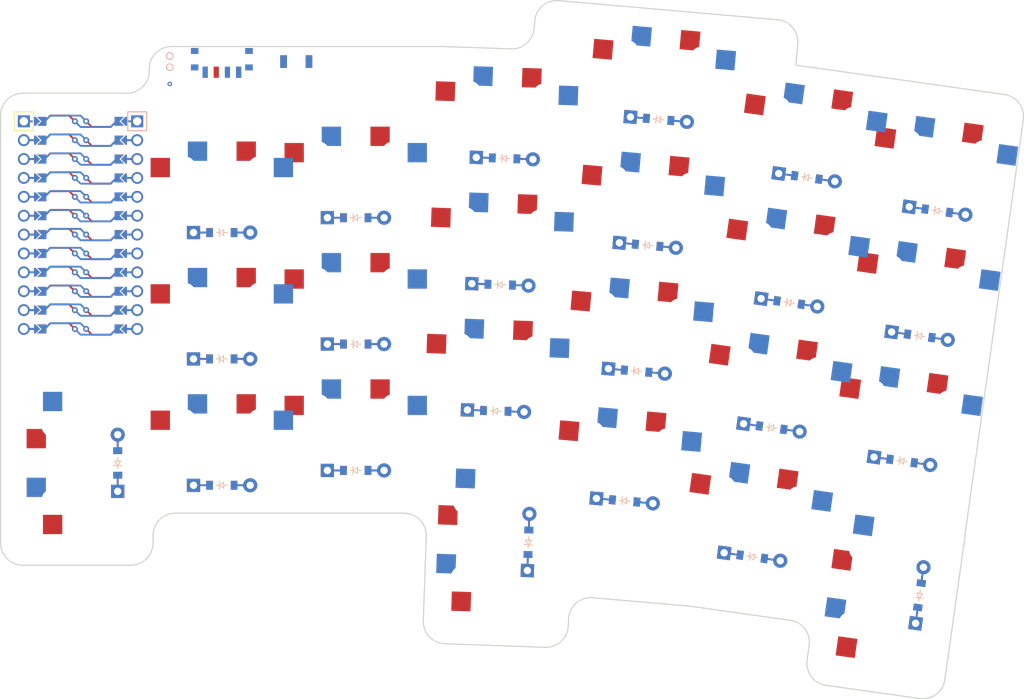
<source format=kicad_pcb>
(kicad_pcb (version 20171130) (host pcbnew 5.1.6)
  (title_block (title itemun) (rev v1.0.0) (company Unknown))
  (layers (0 F.Cu signal) (31 B.Cu signal) (34 B.Paste user) (35 F.Paste user) (36 B.SilkS user) (37 F.SilkS user) (38 B.Mask user) (39 F.Mask user) (44 Edge.Cuts user))
  (net 0 "")
  (net 1 "outouter_bottom")
  (net 2 "P20")
  (net 3 "P8")
  (net 4 "outer_bottom")
  (net 5 "P19")
  (net 6 "outer_home")
  (net 7 "P7")
  (net 8 "outer_top")
  (net 9 "P6")
  (net 10 "pinkie_bottom")
  (net 11 "P18")
  (net 12 "pinkie_home")
  (net 13 "pinkie_top")
  (net 14 "ring_bottom")
  (net 15 "P15")
  (net 16 "ring_home")
  (net 17 "ring_top")
  (net 18 "middle_bottom")
  (net 19 "P14")
  (net 20 "middle_home")
  (net 21 "middle_top")
  (net 22 "index_bottom")
  (net 23 "P16")
  (net 24 "index_home")
  (net 25 "index_top")
  (net 26 "inner_bottom")
  (net 27 "P10")
  (net 28 "inner_home")
  (net 29 "inner_top")
  (net 30 "ctrl_first")
  (net 31 "P9")
  (net 32 "alt_first")
  (net 33 "shift_first")
  (net 34 "e_first")
  (net 35 "RAW")
  (net 36 "GND")
  (net 37 "RST")
  (net 38 "VCC")
  (net 39 "P21")
  (net 40 "P1")
  (net 41 "P0")
  (net 42 "P2")
  (net 43 "P3")
  (net 44 "P4")
  (net 45 "P5")
  (net 46 "pos")
  (module PG1350 (layer F.Cu) (at 17.9315046 -1.5688034 90)
    (fp_text reference "S1" hide)
    (fp_text value "" hide)
    (pad "" np_thru_hole circle (at 0 0) (size 3.429 3.429) (drill 3.429) (layers *.Cu *.Mask))
    (pad "" np_thru_hole circle (at 5.5 0) (size 1.7018 1.7018) (drill 1.7018) (layers *.Cu *.Mask))
    (pad "" np_thru_hole circle (at -5.5 0) (size 1.7018 1.7018) (drill 1.7018) (layers *.Cu *.Mask))
    (pad "" np_thru_hole circle (at 5 -3.75) (size 3 3) (drill 3) (layers *.Cu *.Mask))
    (pad "" np_thru_hole circle (at 0 -5.95) (size 3 3) (drill 3) (layers *.Cu *.Mask))
    (pad 1 smd rect (at -3.275 -5.95 90) (size 2.6 2.6) (layers B.Cu B.Paste B.Mask) (net 1 "outouter_bottom"))
    (pad 2 smd rect (at 8.275 -3.75 90) (size 2.6 2.6) (layers B.Cu B.Paste B.Mask) (net 2 "P20"))
    (pad "" np_thru_hole circle (at -5 -3.75) (size 3 3) (drill 3) (layers *.Cu *.Mask))
    (pad "" np_thru_hole circle (at 0 -5.95) (size 3 3) (drill 3) (layers *.Cu *.Mask))
    (pad 1 smd rect (at 3.275 -5.95 90) (size 2.6 2.6) (layers F.Cu F.Paste F.Mask) (net 1 "outouter_bottom"))
    (pad 2 smd rect (at -8.275 -3.75 90) (size 2.6 2.6) (layers F.Cu F.Paste F.Mask) (net 2 "P20"))
  )
  (module ComboDiode (layer F.Cu) (at 22.9315046 -1.5688034 90)
    (fp_text reference "D1" hide)
    (fp_text value "" hide)
    (pad 1 smd rect (at -1.65 0 90) (size 0.9 1.2) (layers F.Cu F.Paste F.Mask))
    (pad 2 smd rect (at 1.65 0 90) (size 0.9 1.2) (layers B.Cu B.Paste B.Mask))
    (pad 1 smd rect (at -1.65 0 90) (size 0.9 1.2) (layers B.Cu B.Paste B.Mask))
    (pad 2 smd rect (at 1.65 0 90) (size 0.9 1.2) (layers F.Cu F.Paste F.Mask))
    (pad 1 thru_hole rect (at -3.81 0 90) (size 1.778 1.778) (drill 0.9906) (layers *.Cu *.Mask) (net 3 "P8"))
    (pad 2 thru_hole circle (at 3.81 0 90) (size 1.905 1.905) (drill 0.9906) (layers *.Cu *.Mask) (net 1 "outouter_bottom"))
    (fp_line (start 3.81 0) (end 2.1 0) (layer F.Cu) (width 0.25))
    (fp_line (start 3.81 0) (end 2.1 0) (layer B.Cu) (width 0.25))
    (fp_line (start -3.81 0) (end -2.1 0) (layer F.Cu) (width 0.25))
    (fp_line (start -3.81 0) (end -2.1 0) (layer B.Cu) (width 0.25))
  )
  (module PG1350 (layer F.Cu) (at 36.9315045 -3.5688034 0)
    (fp_text reference "S2" hide)
    (fp_text value "" hide)
    (pad "" np_thru_hole circle (at 0 0) (size 3.429 3.429) (drill 3.429) (layers *.Cu *.Mask))
    (pad "" np_thru_hole circle (at 5.5 0) (size 1.7018 1.7018) (drill 1.7018) (layers *.Cu *.Mask))
    (pad "" np_thru_hole circle (at -5.5 0) (size 1.7018 1.7018) (drill 1.7018) (layers *.Cu *.Mask))
    (pad "" np_thru_hole circle (at 5 -3.75) (size 3 3) (drill 3) (layers *.Cu *.Mask))
    (pad "" np_thru_hole circle (at 0 -5.95) (size 3 3) (drill 3) (layers *.Cu *.Mask))
    (pad 1 smd rect (at -3.275 -5.95 0) (size 2.6 2.6) (layers B.Cu B.Paste B.Mask) (net 4 "outer_bottom"))
    (pad 2 smd rect (at 8.275 -3.75 0) (size 2.6 2.6) (layers B.Cu B.Paste B.Mask) (net 5 "P19"))
    (pad "" np_thru_hole circle (at -5 -3.75) (size 3 3) (drill 3) (layers *.Cu *.Mask))
    (pad "" np_thru_hole circle (at 0 -5.95) (size 3 3) (drill 3) (layers *.Cu *.Mask))
    (pad 1 smd rect (at 3.275 -5.95 0) (size 2.6 2.6) (layers F.Cu F.Paste F.Mask) (net 4 "outer_bottom"))
    (pad 2 smd rect (at -8.275 -3.75 0) (size 2.6 2.6) (layers F.Cu F.Paste F.Mask) (net 5 "P19"))
  )
  (module ComboDiode (layer F.Cu) (at 36.9315045 1.4311965999999998 0)
    (fp_text reference "D2" hide)
    (fp_text value "" hide)
    (pad 1 smd rect (at -1.65 0 0) (size 0.9 1.2) (layers F.Cu F.Paste F.Mask))
    (pad 2 smd rect (at 1.65 0 0) (size 0.9 1.2) (layers B.Cu B.Paste B.Mask))
    (pad 1 smd rect (at -1.65 0 0) (size 0.9 1.2) (layers B.Cu B.Paste B.Mask))
    (pad 2 smd rect (at 1.65 0 0) (size 0.9 1.2) (layers F.Cu F.Paste F.Mask))
    (pad 1 thru_hole rect (at -3.81 0 0) (size 1.778 1.778) (drill 0.9906) (layers *.Cu *.Mask) (net 3 "P8"))
    (pad 2 thru_hole circle (at 3.81 0 0) (size 1.905 1.905) (drill 0.9906) (layers *.Cu *.Mask) (net 4 "outer_bottom"))
    (fp_line (start 3.81 0) (end 2.1 0) (layer F.Cu) (width 0.25))
    (fp_line (start 3.81 0) (end 2.1 0) (layer B.Cu) (width 0.25))
    (fp_line (start -3.81 0) (end -2.1 0) (layer F.Cu) (width 0.25))
    (fp_line (start -3.81 0) (end -2.1 0) (layer B.Cu) (width 0.25))
  )
  (module PG1350 (layer F.Cu) (at 36.9315046 -20.5688034 0)
    (fp_text reference "S3" hide)
    (fp_text value "" hide)
    (pad "" np_thru_hole circle (at 0 0) (size 3.429 3.429) (drill 3.429) (layers *.Cu *.Mask))
    (pad "" np_thru_hole circle (at 5.5 0) (size 1.7018 1.7018) (drill 1.7018) (layers *.Cu *.Mask))
    (pad "" np_thru_hole circle (at -5.5 0) (size 1.7018 1.7018) (drill 1.7018) (layers *.Cu *.Mask))
    (pad "" np_thru_hole circle (at 5 -3.75) (size 3 3) (drill 3) (layers *.Cu *.Mask))
    (pad "" np_thru_hole circle (at 0 -5.95) (size 3 3) (drill 3) (layers *.Cu *.Mask))
    (pad 1 smd rect (at -3.275 -5.95 0) (size 2.6 2.6) (layers B.Cu B.Paste B.Mask) (net 6 "outer_home"))
    (pad 2 smd rect (at 8.275 -3.75 0) (size 2.6 2.6) (layers B.Cu B.Paste B.Mask) (net 5 "P19"))
    (pad "" np_thru_hole circle (at -5 -3.75) (size 3 3) (drill 3) (layers *.Cu *.Mask))
    (pad "" np_thru_hole circle (at 0 -5.95) (size 3 3) (drill 3) (layers *.Cu *.Mask))
    (pad 1 smd rect (at 3.275 -5.95 0) (size 2.6 2.6) (layers F.Cu F.Paste F.Mask) (net 6 "outer_home"))
    (pad 2 smd rect (at -8.275 -3.75 0) (size 2.6 2.6) (layers F.Cu F.Paste F.Mask) (net 5 "P19"))
  )
  (module ComboDiode (layer F.Cu) (at 36.9315046 -15.5688034 0)
    (fp_text reference "D3" hide)
    (fp_text value "" hide)
    (pad 1 smd rect (at -1.65 0 0) (size 0.9 1.2) (layers F.Cu F.Paste F.Mask))
    (pad 2 smd rect (at 1.65 0 0) (size 0.9 1.2) (layers B.Cu B.Paste B.Mask))
    (pad 1 smd rect (at -1.65 0 0) (size 0.9 1.2) (layers B.Cu B.Paste B.Mask))
    (pad 2 smd rect (at 1.65 0 0) (size 0.9 1.2) (layers F.Cu F.Paste F.Mask))
    (pad 1 thru_hole rect (at -3.81 0 0) (size 1.778 1.778) (drill 0.9906) (layers *.Cu *.Mask) (net 7 "P7"))
    (pad 2 thru_hole circle (at 3.81 0 0) (size 1.905 1.905) (drill 0.9906) (layers *.Cu *.Mask) (net 6 "outer_home"))
    (fp_line (start 3.81 0) (end 2.1 0) (layer F.Cu) (width 0.25))
    (fp_line (start 3.81 0) (end 2.1 0) (layer B.Cu) (width 0.25))
    (fp_line (start -3.81 0) (end -2.1 0) (layer F.Cu) (width 0.25))
    (fp_line (start -3.81 0) (end -2.1 0) (layer B.Cu) (width 0.25))
  )
  (module PG1350 (layer F.Cu) (at 36.9315046 -37.5688034 0)
    (fp_text reference "S4" hide)
    (fp_text value "" hide)
    (pad "" np_thru_hole circle (at 0 0) (size 3.429 3.429) (drill 3.429) (layers *.Cu *.Mask))
    (pad "" np_thru_hole circle (at 5.5 0) (size 1.7018 1.7018) (drill 1.7018) (layers *.Cu *.Mask))
    (pad "" np_thru_hole circle (at -5.5 0) (size 1.7018 1.7018) (drill 1.7018) (layers *.Cu *.Mask))
    (pad "" np_thru_hole circle (at 5 -3.75) (size 3 3) (drill 3) (layers *.Cu *.Mask))
    (pad "" np_thru_hole circle (at 0 -5.95) (size 3 3) (drill 3) (layers *.Cu *.Mask))
    (pad 1 smd rect (at -3.275 -5.95 0) (size 2.6 2.6) (layers B.Cu B.Paste B.Mask) (net 8 "outer_top"))
    (pad 2 smd rect (at 8.275 -3.75 0) (size 2.6 2.6) (layers B.Cu B.Paste B.Mask) (net 5 "P19"))
    (pad "" np_thru_hole circle (at -5 -3.75) (size 3 3) (drill 3) (layers *.Cu *.Mask))
    (pad "" np_thru_hole circle (at 0 -5.95) (size 3 3) (drill 3) (layers *.Cu *.Mask))
    (pad 1 smd rect (at 3.275 -5.95 0) (size 2.6 2.6) (layers F.Cu F.Paste F.Mask) (net 8 "outer_top"))
    (pad 2 smd rect (at -8.275 -3.75 0) (size 2.6 2.6) (layers F.Cu F.Paste F.Mask) (net 5 "P19"))
  )
  (module ComboDiode (layer F.Cu) (at 36.9315046 -32.5688034 0)
    (fp_text reference "D4" hide)
    (fp_text value "" hide)
    (pad 1 smd rect (at -1.65 0 0) (size 0.9 1.2) (layers F.Cu F.Paste F.Mask))
    (pad 2 smd rect (at 1.65 0 0) (size 0.9 1.2) (layers B.Cu B.Paste B.Mask))
    (pad 1 smd rect (at -1.65 0 0) (size 0.9 1.2) (layers B.Cu B.Paste B.Mask))
    (pad 2 smd rect (at 1.65 0 0) (size 0.9 1.2) (layers F.Cu F.Paste F.Mask))
    (pad 1 thru_hole rect (at -3.81 0 0) (size 1.778 1.778) (drill 0.9906) (layers *.Cu *.Mask) (net 9 "P6"))
    (pad 2 thru_hole circle (at 3.81 0 0) (size 1.905 1.905) (drill 0.9906) (layers *.Cu *.Mask) (net 8 "outer_top"))
    (fp_line (start 3.81 0) (end 2.1 0) (layer F.Cu) (width 0.25))
    (fp_line (start 3.81 0) (end 2.1 0) (layer B.Cu) (width 0.25))
    (fp_line (start -3.81 0) (end -2.1 0) (layer F.Cu) (width 0.25))
    (fp_line (start -3.81 0) (end -2.1 0) (layer B.Cu) (width 0.25))
  )
  (module PG1350 (layer F.Cu) (at 54.9315046 -5.5688034 0)
    (fp_text reference "S5" hide)
    (fp_text value "" hide)
    (pad "" np_thru_hole circle (at 0 0) (size 3.429 3.429) (drill 3.429) (layers *.Cu *.Mask))
    (pad "" np_thru_hole circle (at 5.5 0) (size 1.7018 1.7018) (drill 1.7018) (layers *.Cu *.Mask))
    (pad "" np_thru_hole circle (at -5.5 0) (size 1.7018 1.7018) (drill 1.7018) (layers *.Cu *.Mask))
    (pad "" np_thru_hole circle (at 5 -3.75) (size 3 3) (drill 3) (layers *.Cu *.Mask))
    (pad "" np_thru_hole circle (at 0 -5.95) (size 3 3) (drill 3) (layers *.Cu *.Mask))
    (pad 1 smd rect (at -3.275 -5.95 0) (size 2.6 2.6) (layers B.Cu B.Paste B.Mask) (net 10 "pinkie_bottom"))
    (pad 2 smd rect (at 8.275 -3.75 0) (size 2.6 2.6) (layers B.Cu B.Paste B.Mask) (net 11 "P18"))
    (pad "" np_thru_hole circle (at -5 -3.75) (size 3 3) (drill 3) (layers *.Cu *.Mask))
    (pad "" np_thru_hole circle (at 0 -5.95) (size 3 3) (drill 3) (layers *.Cu *.Mask))
    (pad 1 smd rect (at 3.275 -5.95 0) (size 2.6 2.6) (layers F.Cu F.Paste F.Mask) (net 10 "pinkie_bottom"))
    (pad 2 smd rect (at -8.275 -3.75 0) (size 2.6 2.6) (layers F.Cu F.Paste F.Mask) (net 11 "P18"))
  )
  (module ComboDiode (layer F.Cu) (at 54.9315046 -0.5688034000000002 0)
    (fp_text reference "D5" hide)
    (fp_text value "" hide)
    (pad 1 smd rect (at -1.65 0 0) (size 0.9 1.2) (layers F.Cu F.Paste F.Mask))
    (pad 2 smd rect (at 1.65 0 0) (size 0.9 1.2) (layers B.Cu B.Paste B.Mask))
    (pad 1 smd rect (at -1.65 0 0) (size 0.9 1.2) (layers B.Cu B.Paste B.Mask))
    (pad 2 smd rect (at 1.65 0 0) (size 0.9 1.2) (layers F.Cu F.Paste F.Mask))
    (pad 1 thru_hole rect (at -3.81 0 0) (size 1.778 1.778) (drill 0.9906) (layers *.Cu *.Mask) (net 3 "P8"))
    (pad 2 thru_hole circle (at 3.81 0 0) (size 1.905 1.905) (drill 0.9906) (layers *.Cu *.Mask) (net 10 "pinkie_bottom"))
    (fp_line (start 3.81 0) (end 2.1 0) (layer F.Cu) (width 0.25))
    (fp_line (start 3.81 0) (end 2.1 0) (layer B.Cu) (width 0.25))
    (fp_line (start -3.81 0) (end -2.1 0) (layer F.Cu) (width 0.25))
    (fp_line (start -3.81 0) (end -2.1 0) (layer B.Cu) (width 0.25))
  )
  (module PG1350 (layer F.Cu) (at 54.9315045 -22.5688034 0)
    (fp_text reference "S6" hide)
    (fp_text value "" hide)
    (pad "" np_thru_hole circle (at 0 0) (size 3.429 3.429) (drill 3.429) (layers *.Cu *.Mask))
    (pad "" np_thru_hole circle (at 5.5 0) (size 1.7018 1.7018) (drill 1.7018) (layers *.Cu *.Mask))
    (pad "" np_thru_hole circle (at -5.5 0) (size 1.7018 1.7018) (drill 1.7018) (layers *.Cu *.Mask))
    (pad "" np_thru_hole circle (at 5 -3.75) (size 3 3) (drill 3) (layers *.Cu *.Mask))
    (pad "" np_thru_hole circle (at 0 -5.95) (size 3 3) (drill 3) (layers *.Cu *.Mask))
    (pad 1 smd rect (at -3.275 -5.95 0) (size 2.6 2.6) (layers B.Cu B.Paste B.Mask) (net 12 "pinkie_home"))
    (pad 2 smd rect (at 8.275 -3.75 0) (size 2.6 2.6) (layers B.Cu B.Paste B.Mask) (net 11 "P18"))
    (pad "" np_thru_hole circle (at -5 -3.75) (size 3 3) (drill 3) (layers *.Cu *.Mask))
    (pad "" np_thru_hole circle (at 0 -5.95) (size 3 3) (drill 3) (layers *.Cu *.Mask))
    (pad 1 smd rect (at 3.275 -5.95 0) (size 2.6 2.6) (layers F.Cu F.Paste F.Mask) (net 12 "pinkie_home"))
    (pad 2 smd rect (at -8.275 -3.75 0) (size 2.6 2.6) (layers F.Cu F.Paste F.Mask) (net 11 "P18"))
  )
  (module ComboDiode (layer F.Cu) (at 54.9315045 -17.5688034 0)
    (fp_text reference "D6" hide)
    (fp_text value "" hide)
    (pad 1 smd rect (at -1.65 0 0) (size 0.9 1.2) (layers F.Cu F.Paste F.Mask))
    (pad 2 smd rect (at 1.65 0 0) (size 0.9 1.2) (layers B.Cu B.Paste B.Mask))
    (pad 1 smd rect (at -1.65 0 0) (size 0.9 1.2) (layers B.Cu B.Paste B.Mask))
    (pad 2 smd rect (at 1.65 0 0) (size 0.9 1.2) (layers F.Cu F.Paste F.Mask))
    (pad 1 thru_hole rect (at -3.81 0 0) (size 1.778 1.778) (drill 0.9906) (layers *.Cu *.Mask) (net 7 "P7"))
    (pad 2 thru_hole circle (at 3.81 0 0) (size 1.905 1.905) (drill 0.9906) (layers *.Cu *.Mask) (net 12 "pinkie_home"))
    (fp_line (start 3.81 0) (end 2.1 0) (layer F.Cu) (width 0.25))
    (fp_line (start 3.81 0) (end 2.1 0) (layer B.Cu) (width 0.25))
    (fp_line (start -3.81 0) (end -2.1 0) (layer F.Cu) (width 0.25))
    (fp_line (start -3.81 0) (end -2.1 0) (layer B.Cu) (width 0.25))
  )
  (module PG1350 (layer F.Cu) (at 54.9315046 -39.5688033 0)
    (fp_text reference "S7" hide)
    (fp_text value "" hide)
    (pad "" np_thru_hole circle (at 0 0) (size 3.429 3.429) (drill 3.429) (layers *.Cu *.Mask))
    (pad "" np_thru_hole circle (at 5.5 0) (size 1.7018 1.7018) (drill 1.7018) (layers *.Cu *.Mask))
    (pad "" np_thru_hole circle (at -5.5 0) (size 1.7018 1.7018) (drill 1.7018) (layers *.Cu *.Mask))
    (pad "" np_thru_hole circle (at 5 -3.75) (size 3 3) (drill 3) (layers *.Cu *.Mask))
    (pad "" np_thru_hole circle (at 0 -5.95) (size 3 3) (drill 3) (layers *.Cu *.Mask))
    (pad 1 smd rect (at -3.275 -5.95 0) (size 2.6 2.6) (layers B.Cu B.Paste B.Mask) (net 13 "pinkie_top"))
    (pad 2 smd rect (at 8.275 -3.75 0) (size 2.6 2.6) (layers B.Cu B.Paste B.Mask) (net 11 "P18"))
    (pad "" np_thru_hole circle (at -5 -3.75) (size 3 3) (drill 3) (layers *.Cu *.Mask))
    (pad "" np_thru_hole circle (at 0 -5.95) (size 3 3) (drill 3) (layers *.Cu *.Mask))
    (pad 1 smd rect (at 3.275 -5.95 0) (size 2.6 2.6) (layers F.Cu F.Paste F.Mask) (net 13 "pinkie_top"))
    (pad 2 smd rect (at -8.275 -3.75 0) (size 2.6 2.6) (layers F.Cu F.Paste F.Mask) (net 11 "P18"))
  )
  (module ComboDiode (layer F.Cu) (at 54.9315046 -34.5688033 0)
    (fp_text reference "D7" hide)
    (fp_text value "" hide)
    (pad 1 smd rect (at -1.65 0 0) (size 0.9 1.2) (layers F.Cu F.Paste F.Mask))
    (pad 2 smd rect (at 1.65 0 0) (size 0.9 1.2) (layers B.Cu B.Paste B.Mask))
    (pad 1 smd rect (at -1.65 0 0) (size 0.9 1.2) (layers B.Cu B.Paste B.Mask))
    (pad 2 smd rect (at 1.65 0 0) (size 0.9 1.2) (layers F.Cu F.Paste F.Mask))
    (pad 1 thru_hole rect (at -3.81 0 0) (size 1.778 1.778) (drill 0.9906) (layers *.Cu *.Mask) (net 9 "P6"))
    (pad 2 thru_hole circle (at 3.81 0 0) (size 1.905 1.905) (drill 0.9906) (layers *.Cu *.Mask) (net 13 "pinkie_top"))
    (fp_line (start 3.81 0) (end 2.1 0) (layer F.Cu) (width 0.25))
    (fp_line (start 3.81 0) (end 2.1 0) (layer B.Cu) (width 0.25))
    (fp_line (start -3.81 0) (end -2.1 0) (layer F.Cu) (width 0.25))
    (fp_line (start -3.81 0) (end -2.1 0) (layer B.Cu) (width 0.25))
  )
  (module PG1350 (layer F.Cu) (at 73.9315046 -13.5688034 -2)
    (fp_text reference "S8" hide)
    (fp_text value "" hide)
    (pad "" np_thru_hole circle (at 0 0) (size 3.429 3.429) (drill 3.429) (layers *.Cu *.Mask))
    (pad "" np_thru_hole circle (at 5.5 0) (size 1.7018 1.7018) (drill 1.7018) (layers *.Cu *.Mask))
    (pad "" np_thru_hole circle (at -5.5 0) (size 1.7018 1.7018) (drill 1.7018) (layers *.Cu *.Mask))
    (pad "" np_thru_hole circle (at 5 -3.75) (size 3 3) (drill 3) (layers *.Cu *.Mask))
    (pad "" np_thru_hole circle (at 0 -5.95) (size 3 3) (drill 3) (layers *.Cu *.Mask))
    (pad 1 smd rect (at -3.275 -5.95 -2) (size 2.6 2.6) (layers B.Cu B.Paste B.Mask) (net 14 "ring_bottom"))
    (pad 2 smd rect (at 8.275 -3.75 -2) (size 2.6 2.6) (layers B.Cu B.Paste B.Mask) (net 15 "P15"))
    (pad "" np_thru_hole circle (at -5 -3.75) (size 3 3) (drill 3) (layers *.Cu *.Mask))
    (pad "" np_thru_hole circle (at 0 -5.95) (size 3 3) (drill 3) (layers *.Cu *.Mask))
    (pad 1 smd rect (at 3.275 -5.95 -2) (size 2.6 2.6) (layers F.Cu F.Paste F.Mask) (net 14 "ring_bottom"))
    (pad 2 smd rect (at -8.275 -3.75 -2) (size 2.6 2.6) (layers F.Cu F.Paste F.Mask) (net 15 "P15"))
  )
  (module ComboDiode (layer F.Cu) (at 73.7570071 -8.5718493 -2)
    (fp_text reference "D8" hide)
    (fp_text value "" hide)
    (pad 1 smd rect (at -1.65 0 -2) (size 0.9 1.2) (layers F.Cu F.Paste F.Mask))
    (pad 2 smd rect (at 1.65 0 -2) (size 0.9 1.2) (layers B.Cu B.Paste B.Mask))
    (pad 1 smd rect (at -1.65 0 -2) (size 0.9 1.2) (layers B.Cu B.Paste B.Mask))
    (pad 2 smd rect (at 1.65 0 -2) (size 0.9 1.2) (layers F.Cu F.Paste F.Mask))
    (pad 1 thru_hole rect (at -3.81 0 -2) (size 1.778 1.778) (drill 0.9906) (layers *.Cu *.Mask) (net 3 "P8"))
    (pad 2 thru_hole circle (at 3.81 0 -2) (size 1.905 1.905) (drill 0.9906) (layers *.Cu *.Mask) (net 14 "ring_bottom"))
    (fp_line (start 3.81 0) (end 2.1 0) (layer F.Cu) (width 0.25))
    (fp_line (start 3.81 0) (end 2.1 0) (layer B.Cu) (width 0.25))
    (fp_line (start -3.81 0) (end -2.1 0) (layer F.Cu) (width 0.25))
    (fp_line (start -3.81 0) (end -2.1 0) (layer B.Cu) (width 0.25))
  )
  (module PG1350 (layer F.Cu) (at 74.524796 -30.5584475 -2)
    (fp_text reference "S9" hide)
    (fp_text value "" hide)
    (pad "" np_thru_hole circle (at 0 0) (size 3.429 3.429) (drill 3.429) (layers *.Cu *.Mask))
    (pad "" np_thru_hole circle (at 5.5 0) (size 1.7018 1.7018) (drill 1.7018) (layers *.Cu *.Mask))
    (pad "" np_thru_hole circle (at -5.5 0) (size 1.7018 1.7018) (drill 1.7018) (layers *.Cu *.Mask))
    (pad "" np_thru_hole circle (at 5 -3.75) (size 3 3) (drill 3) (layers *.Cu *.Mask))
    (pad "" np_thru_hole circle (at 0 -5.95) (size 3 3) (drill 3) (layers *.Cu *.Mask))
    (pad 1 smd rect (at -3.275 -5.95 -2) (size 2.6 2.6) (layers B.Cu B.Paste B.Mask) (net 16 "ring_home"))
    (pad 2 smd rect (at 8.275 -3.75 -2) (size 2.6 2.6) (layers B.Cu B.Paste B.Mask) (net 15 "P15"))
    (pad "" np_thru_hole circle (at -5 -3.75) (size 3 3) (drill 3) (layers *.Cu *.Mask))
    (pad "" np_thru_hole circle (at 0 -5.95) (size 3 3) (drill 3) (layers *.Cu *.Mask))
    (pad 1 smd rect (at 3.275 -5.95 -2) (size 2.6 2.6) (layers F.Cu F.Paste F.Mask) (net 16 "ring_home"))
    (pad 2 smd rect (at -8.275 -3.75 -2) (size 2.6 2.6) (layers F.Cu F.Paste F.Mask) (net 15 "P15"))
  )
  (module ComboDiode (layer F.Cu) (at 74.3502985 -25.5614934 -2)
    (fp_text reference "D9" hide)
    (fp_text value "" hide)
    (pad 1 smd rect (at -1.65 0 -2) (size 0.9 1.2) (layers F.Cu F.Paste F.Mask))
    (pad 2 smd rect (at 1.65 0 -2) (size 0.9 1.2) (layers B.Cu B.Paste B.Mask))
    (pad 1 smd rect (at -1.65 0 -2) (size 0.9 1.2) (layers B.Cu B.Paste B.Mask))
    (pad 2 smd rect (at 1.65 0 -2) (size 0.9 1.2) (layers F.Cu F.Paste F.Mask))
    (pad 1 thru_hole rect (at -3.81 0 -2) (size 1.778 1.778) (drill 0.9906) (layers *.Cu *.Mask) (net 7 "P7"))
    (pad 2 thru_hole circle (at 3.81 0 -2) (size 1.905 1.905) (drill 0.9906) (layers *.Cu *.Mask) (net 16 "ring_home"))
    (fp_line (start 3.81 0) (end 2.1 0) (layer F.Cu) (width 0.25))
    (fp_line (start 3.81 0) (end 2.1 0) (layer B.Cu) (width 0.25))
    (fp_line (start -3.81 0) (end -2.1 0) (layer F.Cu) (width 0.25))
    (fp_line (start -3.81 0) (end -2.1 0) (layer B.Cu) (width 0.25))
  )
  (module PG1350 (layer F.Cu) (at 75.1180875 -47.5480915 -2)
    (fp_text reference "S10" hide)
    (fp_text value "" hide)
    (pad "" np_thru_hole circle (at 0 0) (size 3.429 3.429) (drill 3.429) (layers *.Cu *.Mask))
    (pad "" np_thru_hole circle (at 5.5 0) (size 1.7018 1.7018) (drill 1.7018) (layers *.Cu *.Mask))
    (pad "" np_thru_hole circle (at -5.5 0) (size 1.7018 1.7018) (drill 1.7018) (layers *.Cu *.Mask))
    (pad "" np_thru_hole circle (at 5 -3.75) (size 3 3) (drill 3) (layers *.Cu *.Mask))
    (pad "" np_thru_hole circle (at 0 -5.95) (size 3 3) (drill 3) (layers *.Cu *.Mask))
    (pad 1 smd rect (at -3.275 -5.95 -2) (size 2.6 2.6) (layers B.Cu B.Paste B.Mask) (net 17 "ring_top"))
    (pad 2 smd rect (at 8.275 -3.75 -2) (size 2.6 2.6) (layers B.Cu B.Paste B.Mask) (net 15 "P15"))
    (pad "" np_thru_hole circle (at -5 -3.75) (size 3 3) (drill 3) (layers *.Cu *.Mask))
    (pad "" np_thru_hole circle (at 0 -5.95) (size 3 3) (drill 3) (layers *.Cu *.Mask))
    (pad 1 smd rect (at 3.275 -5.95 -2) (size 2.6 2.6) (layers F.Cu F.Paste F.Mask) (net 17 "ring_top"))
    (pad 2 smd rect (at -8.275 -3.75 -2) (size 2.6 2.6) (layers F.Cu F.Paste F.Mask) (net 15 "P15"))
  )
  (module ComboDiode (layer F.Cu) (at 74.94359 -42.5511374 -2)
    (fp_text reference "D10" hide)
    (fp_text value "" hide)
    (pad 1 smd rect (at -1.65 0 -2) (size 0.9 1.2) (layers F.Cu F.Paste F.Mask))
    (pad 2 smd rect (at 1.65 0 -2) (size 0.9 1.2) (layers B.Cu B.Paste B.Mask))
    (pad 1 smd rect (at -1.65 0 -2) (size 0.9 1.2) (layers B.Cu B.Paste B.Mask))
    (pad 2 smd rect (at 1.65 0 -2) (size 0.9 1.2) (layers F.Cu F.Paste F.Mask))
    (pad 1 thru_hole rect (at -3.81 0 -2) (size 1.778 1.778) (drill 0.9906) (layers *.Cu *.Mask) (net 9 "P6"))
    (pad 2 thru_hole circle (at 3.81 0 -2) (size 1.905 1.905) (drill 0.9906) (layers *.Cu *.Mask) (net 17 "ring_top"))
    (fp_line (start 3.81 0) (end 2.1 0) (layer F.Cu) (width 0.25))
    (fp_line (start 3.81 0) (end 2.1 0) (layer B.Cu) (width 0.25))
    (fp_line (start -3.81 0) (end -2.1 0) (layer F.Cu) (width 0.25))
    (fp_line (start -3.81 0) (end -2.1 0) (layer B.Cu) (width 0.25))
  )
  (module PG1350 (layer F.Cu) (at 93.1293272 -18.9020579 -5)
    (fp_text reference "S11" hide)
    (fp_text value "" hide)
    (pad "" np_thru_hole circle (at 0 0) (size 3.429 3.429) (drill 3.429) (layers *.Cu *.Mask))
    (pad "" np_thru_hole circle (at 5.5 0) (size 1.7018 1.7018) (drill 1.7018) (layers *.Cu *.Mask))
    (pad "" np_thru_hole circle (at -5.5 0) (size 1.7018 1.7018) (drill 1.7018) (layers *.Cu *.Mask))
    (pad "" np_thru_hole circle (at 5 -3.75) (size 3 3) (drill 3) (layers *.Cu *.Mask))
    (pad "" np_thru_hole circle (at 0 -5.95) (size 3 3) (drill 3) (layers *.Cu *.Mask))
    (pad 1 smd rect (at -3.275 -5.95 -5) (size 2.6 2.6) (layers B.Cu B.Paste B.Mask) (net 18 "middle_bottom"))
    (pad 2 smd rect (at 8.275 -3.75 -5) (size 2.6 2.6) (layers B.Cu B.Paste B.Mask) (net 19 "P14"))
    (pad "" np_thru_hole circle (at -5 -3.75) (size 3 3) (drill 3) (layers *.Cu *.Mask))
    (pad "" np_thru_hole circle (at 0 -5.95) (size 3 3) (drill 3) (layers *.Cu *.Mask))
    (pad 1 smd rect (at 3.275 -5.95 -5) (size 2.6 2.6) (layers F.Cu F.Paste F.Mask) (net 18 "middle_bottom"))
    (pad 2 smd rect (at -8.275 -3.75 -5) (size 2.6 2.6) (layers F.Cu F.Paste F.Mask) (net 19 "P14"))
  )
  (module ComboDiode (layer F.Cu) (at 92.6935485 -13.921084399999998 -5)
    (fp_text reference "D11" hide)
    (fp_text value "" hide)
    (pad 1 smd rect (at -1.65 0 -5) (size 0.9 1.2) (layers F.Cu F.Paste F.Mask))
    (pad 2 smd rect (at 1.65 0 -5) (size 0.9 1.2) (layers B.Cu B.Paste B.Mask))
    (pad 1 smd rect (at -1.65 0 -5) (size 0.9 1.2) (layers B.Cu B.Paste B.Mask))
    (pad 2 smd rect (at 1.65 0 -5) (size 0.9 1.2) (layers F.Cu F.Paste F.Mask))
    (pad 1 thru_hole rect (at -3.81 0 -5) (size 1.778 1.778) (drill 0.9906) (layers *.Cu *.Mask) (net 3 "P8"))
    (pad 2 thru_hole circle (at 3.81 0 -5) (size 1.905 1.905) (drill 0.9906) (layers *.Cu *.Mask) (net 18 "middle_bottom"))
    (fp_line (start 3.81 0) (end 2.1 0) (layer F.Cu) (width 0.25))
    (fp_line (start 3.81 0) (end 2.1 0) (layer B.Cu) (width 0.25))
    (fp_line (start -3.81 0) (end -2.1 0) (layer F.Cu) (width 0.25))
    (fp_line (start -3.81 0) (end -2.1 0) (layer B.Cu) (width 0.25))
  )
  (module PG1350 (layer F.Cu) (at 94.6109749 -35.8373677 -5)
    (fp_text reference "S12" hide)
    (fp_text value "" hide)
    (pad "" np_thru_hole circle (at 0 0) (size 3.429 3.429) (drill 3.429) (layers *.Cu *.Mask))
    (pad "" np_thru_hole circle (at 5.5 0) (size 1.7018 1.7018) (drill 1.7018) (layers *.Cu *.Mask))
    (pad "" np_thru_hole circle (at -5.5 0) (size 1.7018 1.7018) (drill 1.7018) (layers *.Cu *.Mask))
    (pad "" np_thru_hole circle (at 5 -3.75) (size 3 3) (drill 3) (layers *.Cu *.Mask))
    (pad "" np_thru_hole circle (at 0 -5.95) (size 3 3) (drill 3) (layers *.Cu *.Mask))
    (pad 1 smd rect (at -3.275 -5.95 -5) (size 2.6 2.6) (layers B.Cu B.Paste B.Mask) (net 20 "middle_home"))
    (pad 2 smd rect (at 8.275 -3.75 -5) (size 2.6 2.6) (layers B.Cu B.Paste B.Mask) (net 19 "P14"))
    (pad "" np_thru_hole circle (at -5 -3.75) (size 3 3) (drill 3) (layers *.Cu *.Mask))
    (pad "" np_thru_hole circle (at 0 -5.95) (size 3 3) (drill 3) (layers *.Cu *.Mask))
    (pad 1 smd rect (at 3.275 -5.95 -5) (size 2.6 2.6) (layers F.Cu F.Paste F.Mask) (net 20 "middle_home"))
    (pad 2 smd rect (at -8.275 -3.75 -5) (size 2.6 2.6) (layers F.Cu F.Paste F.Mask) (net 19 "P14"))
  )
  (module ComboDiode (layer F.Cu) (at 94.1751962 -30.8563942 -5)
    (fp_text reference "D12" hide)
    (fp_text value "" hide)
    (pad 1 smd rect (at -1.65 0 -5) (size 0.9 1.2) (layers F.Cu F.Paste F.Mask))
    (pad 2 smd rect (at 1.65 0 -5) (size 0.9 1.2) (layers B.Cu B.Paste B.Mask))
    (pad 1 smd rect (at -1.65 0 -5) (size 0.9 1.2) (layers B.Cu B.Paste B.Mask))
    (pad 2 smd rect (at 1.65 0 -5) (size 0.9 1.2) (layers F.Cu F.Paste F.Mask))
    (pad 1 thru_hole rect (at -3.81 0 -5) (size 1.778 1.778) (drill 0.9906) (layers *.Cu *.Mask) (net 7 "P7"))
    (pad 2 thru_hole circle (at 3.81 0 -5) (size 1.905 1.905) (drill 0.9906) (layers *.Cu *.Mask) (net 20 "middle_home"))
    (fp_line (start 3.81 0) (end 2.1 0) (layer F.Cu) (width 0.25))
    (fp_line (start 3.81 0) (end 2.1 0) (layer B.Cu) (width 0.25))
    (fp_line (start -3.81 0) (end -2.1 0) (layer F.Cu) (width 0.25))
    (fp_line (start -3.81 0) (end -2.1 0) (layer B.Cu) (width 0.25))
  )
  (module PG1350 (layer F.Cu) (at 96.0926225 -52.7726776 -5)
    (fp_text reference "S13" hide)
    (fp_text value "" hide)
    (pad "" np_thru_hole circle (at 0 0) (size 3.429 3.429) (drill 3.429) (layers *.Cu *.Mask))
    (pad "" np_thru_hole circle (at 5.5 0) (size 1.7018 1.7018) (drill 1.7018) (layers *.Cu *.Mask))
    (pad "" np_thru_hole circle (at -5.5 0) (size 1.7018 1.7018) (drill 1.7018) (layers *.Cu *.Mask))
    (pad "" np_thru_hole circle (at 5 -3.75) (size 3 3) (drill 3) (layers *.Cu *.Mask))
    (pad "" np_thru_hole circle (at 0 -5.95) (size 3 3) (drill 3) (layers *.Cu *.Mask))
    (pad 1 smd rect (at -3.275 -5.95 -5) (size 2.6 2.6) (layers B.Cu B.Paste B.Mask) (net 21 "middle_top"))
    (pad 2 smd rect (at 8.275 -3.75 -5) (size 2.6 2.6) (layers B.Cu B.Paste B.Mask) (net 19 "P14"))
    (pad "" np_thru_hole circle (at -5 -3.75) (size 3 3) (drill 3) (layers *.Cu *.Mask))
    (pad "" np_thru_hole circle (at 0 -5.95) (size 3 3) (drill 3) (layers *.Cu *.Mask))
    (pad 1 smd rect (at 3.275 -5.95 -5) (size 2.6 2.6) (layers F.Cu F.Paste F.Mask) (net 21 "middle_top"))
    (pad 2 smd rect (at -8.275 -3.75 -5) (size 2.6 2.6) (layers F.Cu F.Paste F.Mask) (net 19 "P14"))
  )
  (module ComboDiode (layer F.Cu) (at 95.6568438 -47.791704100000004 -5)
    (fp_text reference "D13" hide)
    (fp_text value "" hide)
    (pad 1 smd rect (at -1.65 0 -5) (size 0.9 1.2) (layers F.Cu F.Paste F.Mask))
    (pad 2 smd rect (at 1.65 0 -5) (size 0.9 1.2) (layers B.Cu B.Paste B.Mask))
    (pad 1 smd rect (at -1.65 0 -5) (size 0.9 1.2) (layers B.Cu B.Paste B.Mask))
    (pad 2 smd rect (at 1.65 0 -5) (size 0.9 1.2) (layers F.Cu F.Paste F.Mask))
    (pad 1 thru_hole rect (at -3.81 0 -5) (size 1.778 1.778) (drill 0.9906) (layers *.Cu *.Mask) (net 9 "P6"))
    (pad 2 thru_hole circle (at 3.81 0 -5) (size 1.905 1.905) (drill 0.9906) (layers *.Cu *.Mask) (net 21 "middle_top"))
    (fp_line (start 3.81 0) (end 2.1 0) (layer F.Cu) (width 0.25))
    (fp_line (start 3.81 0) (end 2.1 0) (layer B.Cu) (width 0.25))
    (fp_line (start -3.81 0) (end -2.1 0) (layer F.Cu) (width 0.25))
    (fp_line (start -3.81 0) (end -2.1 0) (layer B.Cu) (width 0.25))
  )
  (module PG1350 (layer F.Cu) (at 111.534092 -11.2689306 -8)
    (fp_text reference "S14" hide)
    (fp_text value "" hide)
    (pad "" np_thru_hole circle (at 0 0) (size 3.429 3.429) (drill 3.429) (layers *.Cu *.Mask))
    (pad "" np_thru_hole circle (at 5.5 0) (size 1.7018 1.7018) (drill 1.7018) (layers *.Cu *.Mask))
    (pad "" np_thru_hole circle (at -5.5 0) (size 1.7018 1.7018) (drill 1.7018) (layers *.Cu *.Mask))
    (pad "" np_thru_hole circle (at 5 -3.75) (size 3 3) (drill 3) (layers *.Cu *.Mask))
    (pad "" np_thru_hole circle (at 0 -5.95) (size 3 3) (drill 3) (layers *.Cu *.Mask))
    (pad 1 smd rect (at -3.275 -5.95 -8) (size 2.6 2.6) (layers B.Cu B.Paste B.Mask) (net 22 "index_bottom"))
    (pad 2 smd rect (at 8.275 -3.75 -8) (size 2.6 2.6) (layers B.Cu B.Paste B.Mask) (net 23 "P16"))
    (pad "" np_thru_hole circle (at -5 -3.75) (size 3 3) (drill 3) (layers *.Cu *.Mask))
    (pad "" np_thru_hole circle (at 0 -5.95) (size 3 3) (drill 3) (layers *.Cu *.Mask))
    (pad 1 smd rect (at 3.275 -5.95 -8) (size 2.6 2.6) (layers F.Cu F.Paste F.Mask) (net 22 "index_bottom"))
    (pad 2 smd rect (at -8.275 -3.75 -8) (size 2.6 2.6) (layers F.Cu F.Paste F.Mask) (net 23 "P16"))
  )
  (module ComboDiode (layer F.Cu) (at 110.8382265 -6.317590299999999 -8)
    (fp_text reference "D14" hide)
    (fp_text value "" hide)
    (pad 1 smd rect (at -1.65 0 -8) (size 0.9 1.2) (layers F.Cu F.Paste F.Mask))
    (pad 2 smd rect (at 1.65 0 -8) (size 0.9 1.2) (layers B.Cu B.Paste B.Mask))
    (pad 1 smd rect (at -1.65 0 -8) (size 0.9 1.2) (layers B.Cu B.Paste B.Mask))
    (pad 2 smd rect (at 1.65 0 -8) (size 0.9 1.2) (layers F.Cu F.Paste F.Mask))
    (pad 1 thru_hole rect (at -3.81 0 -8) (size 1.778 1.778) (drill 0.9906) (layers *.Cu *.Mask) (net 3 "P8"))
    (pad 2 thru_hole circle (at 3.81 0 -8) (size 1.905 1.905) (drill 0.9906) (layers *.Cu *.Mask) (net 22 "index_bottom"))
    (fp_line (start 3.81 0) (end 2.1 0) (layer F.Cu) (width 0.25))
    (fp_line (start 3.81 0) (end 2.1 0) (layer B.Cu) (width 0.25))
    (fp_line (start -3.81 0) (end -2.1 0) (layer F.Cu) (width 0.25))
    (fp_line (start -3.81 0) (end -2.1 0) (layer B.Cu) (width 0.25))
  )
  (module PG1350 (layer F.Cu) (at 113.9000348 -28.1034878 -8)
    (fp_text reference "S15" hide)
    (fp_text value "" hide)
    (pad "" np_thru_hole circle (at 0 0) (size 3.429 3.429) (drill 3.429) (layers *.Cu *.Mask))
    (pad "" np_thru_hole circle (at 5.5 0) (size 1.7018 1.7018) (drill 1.7018) (layers *.Cu *.Mask))
    (pad "" np_thru_hole circle (at -5.5 0) (size 1.7018 1.7018) (drill 1.7018) (layers *.Cu *.Mask))
    (pad "" np_thru_hole circle (at 5 -3.75) (size 3 3) (drill 3) (layers *.Cu *.Mask))
    (pad "" np_thru_hole circle (at 0 -5.95) (size 3 3) (drill 3) (layers *.Cu *.Mask))
    (pad 1 smd rect (at -3.275 -5.95 -8) (size 2.6 2.6) (layers B.Cu B.Paste B.Mask) (net 24 "index_home"))
    (pad 2 smd rect (at 8.275 -3.75 -8) (size 2.6 2.6) (layers B.Cu B.Paste B.Mask) (net 23 "P16"))
    (pad "" np_thru_hole circle (at -5 -3.75) (size 3 3) (drill 3) (layers *.Cu *.Mask))
    (pad "" np_thru_hole circle (at 0 -5.95) (size 3 3) (drill 3) (layers *.Cu *.Mask))
    (pad 1 smd rect (at 3.275 -5.95 -8) (size 2.6 2.6) (layers F.Cu F.Paste F.Mask) (net 24 "index_home"))
    (pad 2 smd rect (at -8.275 -3.75 -8) (size 2.6 2.6) (layers F.Cu F.Paste F.Mask) (net 23 "P16"))
  )
  (module ComboDiode (layer F.Cu) (at 113.2041693 -23.152147499999998 -8)
    (fp_text reference "D15" hide)
    (fp_text value "" hide)
    (pad 1 smd rect (at -1.65 0 -8) (size 0.9 1.2) (layers F.Cu F.Paste F.Mask))
    (pad 2 smd rect (at 1.65 0 -8) (size 0.9 1.2) (layers B.Cu B.Paste B.Mask))
    (pad 1 smd rect (at -1.65 0 -8) (size 0.9 1.2) (layers B.Cu B.Paste B.Mask))
    (pad 2 smd rect (at 1.65 0 -8) (size 0.9 1.2) (layers F.Cu F.Paste F.Mask))
    (pad 1 thru_hole rect (at -3.81 0 -8) (size 1.778 1.778) (drill 0.9906) (layers *.Cu *.Mask) (net 7 "P7"))
    (pad 2 thru_hole circle (at 3.81 0 -8) (size 1.905 1.905) (drill 0.9906) (layers *.Cu *.Mask) (net 24 "index_home"))
    (fp_line (start 3.81 0) (end 2.1 0) (layer F.Cu) (width 0.25))
    (fp_line (start 3.81 0) (end 2.1 0) (layer B.Cu) (width 0.25))
    (fp_line (start -3.81 0) (end -2.1 0) (layer F.Cu) (width 0.25))
    (fp_line (start -3.81 0) (end -2.1 0) (layer B.Cu) (width 0.25))
  )
  (module PG1350 (layer F.Cu) (at 116.2659776 -44.938045 -8)
    (fp_text reference "S16" hide)
    (fp_text value "" hide)
    (pad "" np_thru_hole circle (at 0 0) (size 3.429 3.429) (drill 3.429) (layers *.Cu *.Mask))
    (pad "" np_thru_hole circle (at 5.5 0) (size 1.7018 1.7018) (drill 1.7018) (layers *.Cu *.Mask))
    (pad "" np_thru_hole circle (at -5.5 0) (size 1.7018 1.7018) (drill 1.7018) (layers *.Cu *.Mask))
    (pad "" np_thru_hole circle (at 5 -3.75) (size 3 3) (drill 3) (layers *.Cu *.Mask))
    (pad "" np_thru_hole circle (at 0 -5.95) (size 3 3) (drill 3) (layers *.Cu *.Mask))
    (pad 1 smd rect (at -3.275 -5.95 -8) (size 2.6 2.6) (layers B.Cu B.Paste B.Mask) (net 25 "index_top"))
    (pad 2 smd rect (at 8.275 -3.75 -8) (size 2.6 2.6) (layers B.Cu B.Paste B.Mask) (net 23 "P16"))
    (pad "" np_thru_hole circle (at -5 -3.75) (size 3 3) (drill 3) (layers *.Cu *.Mask))
    (pad "" np_thru_hole circle (at 0 -5.95) (size 3 3) (drill 3) (layers *.Cu *.Mask))
    (pad 1 smd rect (at 3.275 -5.95 -8) (size 2.6 2.6) (layers F.Cu F.Paste F.Mask) (net 25 "index_top"))
    (pad 2 smd rect (at -8.275 -3.75 -8) (size 2.6 2.6) (layers F.Cu F.Paste F.Mask) (net 23 "P16"))
  )
  (module ComboDiode (layer F.Cu) (at 115.5701121 -39.986704700000004 -8)
    (fp_text reference "D16" hide)
    (fp_text value "" hide)
    (pad 1 smd rect (at -1.65 0 -8) (size 0.9 1.2) (layers F.Cu F.Paste F.Mask))
    (pad 2 smd rect (at 1.65 0 -8) (size 0.9 1.2) (layers B.Cu B.Paste B.Mask))
    (pad 1 smd rect (at -1.65 0 -8) (size 0.9 1.2) (layers B.Cu B.Paste B.Mask))
    (pad 2 smd rect (at 1.65 0 -8) (size 0.9 1.2) (layers F.Cu F.Paste F.Mask))
    (pad 1 thru_hole rect (at -3.81 0 -8) (size 1.778 1.778) (drill 0.9906) (layers *.Cu *.Mask) (net 9 "P6"))
    (pad 2 thru_hole circle (at 3.81 0 -8) (size 1.905 1.905) (drill 0.9906) (layers *.Cu *.Mask) (net 25 "index_top"))
    (fp_line (start 3.81 0) (end 2.1 0) (layer F.Cu) (width 0.25))
    (fp_line (start 3.81 0) (end 2.1 0) (layer B.Cu) (width 0.25))
    (fp_line (start -3.81 0) (end -2.1 0) (layer F.Cu) (width 0.25))
    (fp_line (start -3.81 0) (end -2.1 0) (layer B.Cu) (width 0.25))
  )
  (module PG1350 (layer F.Cu) (at 129.0805712 -6.7832787 -8)
    (fp_text reference "S17" hide)
    (fp_text value "" hide)
    (pad "" np_thru_hole circle (at 0 0) (size 3.429 3.429) (drill 3.429) (layers *.Cu *.Mask))
    (pad "" np_thru_hole circle (at 5.5 0) (size 1.7018 1.7018) (drill 1.7018) (layers *.Cu *.Mask))
    (pad "" np_thru_hole circle (at -5.5 0) (size 1.7018 1.7018) (drill 1.7018) (layers *.Cu *.Mask))
    (pad "" np_thru_hole circle (at 5 -3.75) (size 3 3) (drill 3) (layers *.Cu *.Mask))
    (pad "" np_thru_hole circle (at 0 -5.95) (size 3 3) (drill 3) (layers *.Cu *.Mask))
    (pad 1 smd rect (at -3.275 -5.95 -8) (size 2.6 2.6) (layers B.Cu B.Paste B.Mask) (net 26 "inner_bottom"))
    (pad 2 smd rect (at 8.275 -3.75 -8) (size 2.6 2.6) (layers B.Cu B.Paste B.Mask) (net 27 "P10"))
    (pad "" np_thru_hole circle (at -5 -3.75) (size 3 3) (drill 3) (layers *.Cu *.Mask))
    (pad "" np_thru_hole circle (at 0 -5.95) (size 3 3) (drill 3) (layers *.Cu *.Mask))
    (pad 1 smd rect (at 3.275 -5.95 -8) (size 2.6 2.6) (layers F.Cu F.Paste F.Mask) (net 26 "inner_bottom"))
    (pad 2 smd rect (at -8.275 -3.75 -8) (size 2.6 2.6) (layers F.Cu F.Paste F.Mask) (net 27 "P10"))
  )
  (module ComboDiode (layer F.Cu) (at 128.3847057 -1.8319384000000003 -8)
    (fp_text reference "D17" hide)
    (fp_text value "" hide)
    (pad 1 smd rect (at -1.65 0 -8) (size 0.9 1.2) (layers F.Cu F.Paste F.Mask))
    (pad 2 smd rect (at 1.65 0 -8) (size 0.9 1.2) (layers B.Cu B.Paste B.Mask))
    (pad 1 smd rect (at -1.65 0 -8) (size 0.9 1.2) (layers B.Cu B.Paste B.Mask))
    (pad 2 smd rect (at 1.65 0 -8) (size 0.9 1.2) (layers F.Cu F.Paste F.Mask))
    (pad 1 thru_hole rect (at -3.81 0 -8) (size 1.778 1.778) (drill 0.9906) (layers *.Cu *.Mask) (net 3 "P8"))
    (pad 2 thru_hole circle (at 3.81 0 -8) (size 1.905 1.905) (drill 0.9906) (layers *.Cu *.Mask) (net 26 "inner_bottom"))
    (fp_line (start 3.81 0) (end 2.1 0) (layer F.Cu) (width 0.25))
    (fp_line (start 3.81 0) (end 2.1 0) (layer B.Cu) (width 0.25))
    (fp_line (start -3.81 0) (end -2.1 0) (layer F.Cu) (width 0.25))
    (fp_line (start -3.81 0) (end -2.1 0) (layer B.Cu) (width 0.25))
  )
  (module PG1350 (layer F.Cu) (at 131.4465138 -23.6178358 -8)
    (fp_text reference "S18" hide)
    (fp_text value "" hide)
    (pad "" np_thru_hole circle (at 0 0) (size 3.429 3.429) (drill 3.429) (layers *.Cu *.Mask))
    (pad "" np_thru_hole circle (at 5.5 0) (size 1.7018 1.7018) (drill 1.7018) (layers *.Cu *.Mask))
    (pad "" np_thru_hole circle (at -5.5 0) (size 1.7018 1.7018) (drill 1.7018) (layers *.Cu *.Mask))
    (pad "" np_thru_hole circle (at 5 -3.75) (size 3 3) (drill 3) (layers *.Cu *.Mask))
    (pad "" np_thru_hole circle (at 0 -5.95) (size 3 3) (drill 3) (layers *.Cu *.Mask))
    (pad 1 smd rect (at -3.275 -5.95 -8) (size 2.6 2.6) (layers B.Cu B.Paste B.Mask) (net 28 "inner_home"))
    (pad 2 smd rect (at 8.275 -3.75 -8) (size 2.6 2.6) (layers B.Cu B.Paste B.Mask) (net 27 "P10"))
    (pad "" np_thru_hole circle (at -5 -3.75) (size 3 3) (drill 3) (layers *.Cu *.Mask))
    (pad "" np_thru_hole circle (at 0 -5.95) (size 3 3) (drill 3) (layers *.Cu *.Mask))
    (pad 1 smd rect (at 3.275 -5.95 -8) (size 2.6 2.6) (layers F.Cu F.Paste F.Mask) (net 28 "inner_home"))
    (pad 2 smd rect (at -8.275 -3.75 -8) (size 2.6 2.6) (layers F.Cu F.Paste F.Mask) (net 27 "P10"))
  )
  (module ComboDiode (layer F.Cu) (at 130.7506483 -18.666495500000003 -8)
    (fp_text reference "D18" hide)
    (fp_text value "" hide)
    (pad 1 smd rect (at -1.65 0 -8) (size 0.9 1.2) (layers F.Cu F.Paste F.Mask))
    (pad 2 smd rect (at 1.65 0 -8) (size 0.9 1.2) (layers B.Cu B.Paste B.Mask))
    (pad 1 smd rect (at -1.65 0 -8) (size 0.9 1.2) (layers B.Cu B.Paste B.Mask))
    (pad 2 smd rect (at 1.65 0 -8) (size 0.9 1.2) (layers F.Cu F.Paste F.Mask))
    (pad 1 thru_hole rect (at -3.81 0 -8) (size 1.778 1.778) (drill 0.9906) (layers *.Cu *.Mask) (net 7 "P7"))
    (pad 2 thru_hole circle (at 3.81 0 -8) (size 1.905 1.905) (drill 0.9906) (layers *.Cu *.Mask) (net 28 "inner_home"))
    (fp_line (start 3.81 0) (end 2.1 0) (layer F.Cu) (width 0.25))
    (fp_line (start 3.81 0) (end 2.1 0) (layer B.Cu) (width 0.25))
    (fp_line (start -3.81 0) (end -2.1 0) (layer F.Cu) (width 0.25))
    (fp_line (start -3.81 0) (end -2.1 0) (layer B.Cu) (width 0.25))
  )
  (module PG1350 (layer F.Cu) (at 133.8124565 -40.452393 -8)
    (fp_text reference "S19" hide)
    (fp_text value "" hide)
    (pad "" np_thru_hole circle (at 0 0) (size 3.429 3.429) (drill 3.429) (layers *.Cu *.Mask))
    (pad "" np_thru_hole circle (at 5.5 0) (size 1.7018 1.7018) (drill 1.7018) (layers *.Cu *.Mask))
    (pad "" np_thru_hole circle (at -5.5 0) (size 1.7018 1.7018) (drill 1.7018) (layers *.Cu *.Mask))
    (pad "" np_thru_hole circle (at 5 -3.75) (size 3 3) (drill 3) (layers *.Cu *.Mask))
    (pad "" np_thru_hole circle (at 0 -5.95) (size 3 3) (drill 3) (layers *.Cu *.Mask))
    (pad 1 smd rect (at -3.275 -5.95 -8) (size 2.6 2.6) (layers B.Cu B.Paste B.Mask) (net 29 "inner_top"))
    (pad 2 smd rect (at 8.275 -3.75 -8) (size 2.6 2.6) (layers B.Cu B.Paste B.Mask) (net 27 "P10"))
    (pad "" np_thru_hole circle (at -5 -3.75) (size 3 3) (drill 3) (layers *.Cu *.Mask))
    (pad "" np_thru_hole circle (at 0 -5.95) (size 3 3) (drill 3) (layers *.Cu *.Mask))
    (pad 1 smd rect (at 3.275 -5.95 -8) (size 2.6 2.6) (layers F.Cu F.Paste F.Mask) (net 29 "inner_top"))
    (pad 2 smd rect (at -8.275 -3.75 -8) (size 2.6 2.6) (layers F.Cu F.Paste F.Mask) (net 27 "P10"))
  )
  (module ComboDiode (layer F.Cu) (at 133.116591 -35.5010527 -8)
    (fp_text reference "D19" hide)
    (fp_text value "" hide)
    (pad 1 smd rect (at -1.65 0 -8) (size 0.9 1.2) (layers F.Cu F.Paste F.Mask))
    (pad 2 smd rect (at 1.65 0 -8) (size 0.9 1.2) (layers B.Cu B.Paste B.Mask))
    (pad 1 smd rect (at -1.65 0 -8) (size 0.9 1.2) (layers B.Cu B.Paste B.Mask))
    (pad 2 smd rect (at 1.65 0 -8) (size 0.9 1.2) (layers F.Cu F.Paste F.Mask))
    (pad 1 thru_hole rect (at -3.81 0 -8) (size 1.778 1.778) (drill 0.9906) (layers *.Cu *.Mask) (net 9 "P6"))
    (pad 2 thru_hole circle (at 3.81 0 -8) (size 1.905 1.905) (drill 0.9906) (layers *.Cu *.Mask) (net 29 "inner_top"))
    (fp_line (start 3.81 0) (end 2.1 0) (layer F.Cu) (width 0.25))
    (fp_line (start 3.81 0) (end 2.1 0) (layer B.Cu) (width 0.25))
    (fp_line (start -3.81 0) (end -2.1 0) (layer F.Cu) (width 0.25))
    (fp_line (start -3.81 0) (end -2.1 0) (layer B.Cu) (width 0.25))
  )
  (module PG1350 (layer F.Cu) (at 73.1462659 8.917490199999998 88)
    (fp_text reference "S20" hide)
    (fp_text value "" hide)
    (pad "" np_thru_hole circle (at 0 0) (size 3.429 3.429) (drill 3.429) (layers *.Cu *.Mask))
    (pad "" np_thru_hole circle (at 5.5 0) (size 1.7018 1.7018) (drill 1.7018) (layers *.Cu *.Mask))
    (pad "" np_thru_hole circle (at -5.5 0) (size 1.7018 1.7018) (drill 1.7018) (layers *.Cu *.Mask))
    (pad "" np_thru_hole circle (at 5 -3.75) (size 3 3) (drill 3) (layers *.Cu *.Mask))
    (pad "" np_thru_hole circle (at 0 -5.95) (size 3 3) (drill 3) (layers *.Cu *.Mask))
    (pad 1 smd rect (at -3.275 -5.95 88) (size 2.6 2.6) (layers B.Cu B.Paste B.Mask) (net 30 "ctrl_first"))
    (pad 2 smd rect (at 8.275 -3.75 88) (size 2.6 2.6) (layers B.Cu B.Paste B.Mask) (net 15 "P15"))
    (pad "" np_thru_hole circle (at -5 -3.75) (size 3 3) (drill 3) (layers *.Cu *.Mask))
    (pad "" np_thru_hole circle (at 0 -5.95) (size 3 3) (drill 3) (layers *.Cu *.Mask))
    (pad 1 smd rect (at 3.275 -5.95 88) (size 2.6 2.6) (layers F.Cu F.Paste F.Mask) (net 30 "ctrl_first"))
    (pad 2 smd rect (at -8.275 -3.75 88) (size 2.6 2.6) (layers F.Cu F.Paste F.Mask) (net 15 "P15"))
  )
  (module ComboDiode (layer F.Cu) (at 78.14322 9.091987699999997 88)
    (fp_text reference "D20" hide)
    (fp_text value "" hide)
    (pad 1 smd rect (at -1.65 0 88) (size 0.9 1.2) (layers F.Cu F.Paste F.Mask))
    (pad 2 smd rect (at 1.65 0 88) (size 0.9 1.2) (layers B.Cu B.Paste B.Mask))
    (pad 1 smd rect (at -1.65 0 88) (size 0.9 1.2) (layers B.Cu B.Paste B.Mask))
    (pad 2 smd rect (at 1.65 0 88) (size 0.9 1.2) (layers F.Cu F.Paste F.Mask))
    (pad 1 thru_hole rect (at -3.81 0 88) (size 1.778 1.778) (drill 0.9906) (layers *.Cu *.Mask) (net 31 "P9"))
    (pad 2 thru_hole circle (at 3.81 0 88) (size 1.905 1.905) (drill 0.9906) (layers *.Cu *.Mask) (net 30 "ctrl_first"))
    (fp_line (start 3.81 0) (end 2.1 0) (layer F.Cu) (width 0.25))
    (fp_line (start 3.81 0) (end 2.1 0) (layer B.Cu) (width 0.25))
    (fp_line (start -3.81 0) (end -2.1 0) (layer F.Cu) (width 0.25))
    (fp_line (start -3.81 0) (end -2.1 0) (layer B.Cu) (width 0.25))
  )
  (module PG1350 (layer F.Cu) (at 91.5191953 -1.447617900000001 -5)
    (fp_text reference "S21" hide)
    (fp_text value "" hide)
    (pad "" np_thru_hole circle (at 0 0) (size 3.429 3.429) (drill 3.429) (layers *.Cu *.Mask))
    (pad "" np_thru_hole circle (at 5.5 0) (size 1.7018 1.7018) (drill 1.7018) (layers *.Cu *.Mask))
    (pad "" np_thru_hole circle (at -5.5 0) (size 1.7018 1.7018) (drill 1.7018) (layers *.Cu *.Mask))
    (pad "" np_thru_hole circle (at 5 -3.75) (size 3 3) (drill 3) (layers *.Cu *.Mask))
    (pad "" np_thru_hole circle (at 0 -5.95) (size 3 3) (drill 3) (layers *.Cu *.Mask))
    (pad 1 smd rect (at -3.275 -5.95 -5) (size 2.6 2.6) (layers B.Cu B.Paste B.Mask) (net 32 "alt_first"))
    (pad 2 smd rect (at 8.275 -3.75 -5) (size 2.6 2.6) (layers B.Cu B.Paste B.Mask) (net 19 "P14"))
    (pad "" np_thru_hole circle (at -5 -3.75) (size 3 3) (drill 3) (layers *.Cu *.Mask))
    (pad "" np_thru_hole circle (at 0 -5.95) (size 3 3) (drill 3) (layers *.Cu *.Mask))
    (pad 1 smd rect (at 3.275 -5.95 -5) (size 2.6 2.6) (layers F.Cu F.Paste F.Mask) (net 32 "alt_first"))
    (pad 2 smd rect (at -8.275 -3.75 -5) (size 2.6 2.6) (layers F.Cu F.Paste F.Mask) (net 19 "P14"))
  )
  (module ComboDiode (layer F.Cu) (at 91.0834166 3.5333555999999993 -5)
    (fp_text reference "D21" hide)
    (fp_text value "" hide)
    (pad 1 smd rect (at -1.65 0 -5) (size 0.9 1.2) (layers F.Cu F.Paste F.Mask))
    (pad 2 smd rect (at 1.65 0 -5) (size 0.9 1.2) (layers B.Cu B.Paste B.Mask))
    (pad 1 smd rect (at -1.65 0 -5) (size 0.9 1.2) (layers B.Cu B.Paste B.Mask))
    (pad 2 smd rect (at 1.65 0 -5) (size 0.9 1.2) (layers F.Cu F.Paste F.Mask))
    (pad 1 thru_hole rect (at -3.81 0 -5) (size 1.778 1.778) (drill 0.9906) (layers *.Cu *.Mask) (net 31 "P9"))
    (pad 2 thru_hole circle (at 3.81 0 -5) (size 1.905 1.905) (drill 0.9906) (layers *.Cu *.Mask) (net 32 "alt_first"))
    (fp_line (start 3.81 0) (end 2.1 0) (layer F.Cu) (width 0.25))
    (fp_line (start 3.81 0) (end 2.1 0) (layer B.Cu) (width 0.25))
    (fp_line (start -3.81 0) (end -2.1 0) (layer F.Cu) (width 0.25))
    (fp_line (start -3.81 0) (end -2.1 0) (layer B.Cu) (width 0.25))
  )
  (module PG1350 (layer F.Cu) (at 108.9277654 6.098353699999999 -8)
    (fp_text reference "S22" hide)
    (fp_text value "" hide)
    (pad "" np_thru_hole circle (at 0 0) (size 3.429 3.429) (drill 3.429) (layers *.Cu *.Mask))
    (pad "" np_thru_hole circle (at 5.5 0) (size 1.7018 1.7018) (drill 1.7018) (layers *.Cu *.Mask))
    (pad "" np_thru_hole circle (at -5.5 0) (size 1.7018 1.7018) (drill 1.7018) (layers *.Cu *.Mask))
    (pad "" np_thru_hole circle (at 5 -3.75) (size 3 3) (drill 3) (layers *.Cu *.Mask))
    (pad "" np_thru_hole circle (at 0 -5.95) (size 3 3) (drill 3) (layers *.Cu *.Mask))
    (pad 1 smd rect (at -3.275 -5.95 -8) (size 2.6 2.6) (layers B.Cu B.Paste B.Mask) (net 33 "shift_first"))
    (pad 2 smd rect (at 8.275 -3.75 -8) (size 2.6 2.6) (layers B.Cu B.Paste B.Mask) (net 23 "P16"))
    (pad "" np_thru_hole circle (at -5 -3.75) (size 3 3) (drill 3) (layers *.Cu *.Mask))
    (pad "" np_thru_hole circle (at 0 -5.95) (size 3 3) (drill 3) (layers *.Cu *.Mask))
    (pad 1 smd rect (at 3.275 -5.95 -8) (size 2.6 2.6) (layers F.Cu F.Paste F.Mask) (net 33 "shift_first"))
    (pad 2 smd rect (at -8.275 -3.75 -8) (size 2.6 2.6) (layers F.Cu F.Paste F.Mask) (net 23 "P16"))
  )
  (module ComboDiode (layer F.Cu) (at 108.2318999 11.049693999999999 -8)
    (fp_text reference "D22" hide)
    (fp_text value "" hide)
    (pad 1 smd rect (at -1.65 0 -8) (size 0.9 1.2) (layers F.Cu F.Paste F.Mask))
    (pad 2 smd rect (at 1.65 0 -8) (size 0.9 1.2) (layers B.Cu B.Paste B.Mask))
    (pad 1 smd rect (at -1.65 0 -8) (size 0.9 1.2) (layers B.Cu B.Paste B.Mask))
    (pad 2 smd rect (at 1.65 0 -8) (size 0.9 1.2) (layers F.Cu F.Paste F.Mask))
    (pad 1 thru_hole rect (at -3.81 0 -8) (size 1.778 1.778) (drill 0.9906) (layers *.Cu *.Mask) (net 31 "P9"))
    (pad 2 thru_hole circle (at 3.81 0 -8) (size 1.905 1.905) (drill 0.9906) (layers *.Cu *.Mask) (net 33 "shift_first"))
    (fp_line (start 3.81 0) (end 2.1 0) (layer F.Cu) (width 0.25))
    (fp_line (start 3.81 0) (end 2.1 0) (layer B.Cu) (width 0.25))
    (fp_line (start -3.81 0) (end -2.1 0) (layer F.Cu) (width 0.25))
    (fp_line (start -3.81 0) (end -2.1 0) (layer B.Cu) (width 0.25))
  )
  (module PG1350 (layer F.Cu) (at 125.778379 15.5353459 82)
    (fp_text reference "S23" hide)
    (fp_text value "" hide)
    (pad "" np_thru_hole circle (at 0 0) (size 3.429 3.429) (drill 3.429) (layers *.Cu *.Mask))
    (pad "" np_thru_hole circle (at 5.5 0) (size 1.7018 1.7018) (drill 1.7018) (layers *.Cu *.Mask))
    (pad "" np_thru_hole circle (at -5.5 0) (size 1.7018 1.7018) (drill 1.7018) (layers *.Cu *.Mask))
    (pad "" np_thru_hole circle (at 5 -3.75) (size 3 3) (drill 3) (layers *.Cu *.Mask))
    (pad "" np_thru_hole circle (at 0 -5.95) (size 3 3) (drill 3) (layers *.Cu *.Mask))
    (pad 1 smd rect (at -3.275 -5.95 82) (size 2.6 2.6) (layers B.Cu B.Paste B.Mask) (net 34 "e_first"))
    (pad 2 smd rect (at 8.275 -3.75 82) (size 2.6 2.6) (layers B.Cu B.Paste B.Mask) (net 27 "P10"))
    (pad "" np_thru_hole circle (at -5 -3.75) (size 3 3) (drill 3) (layers *.Cu *.Mask))
    (pad "" np_thru_hole circle (at 0 -5.95) (size 3 3) (drill 3) (layers *.Cu *.Mask))
    (pad 1 smd rect (at 3.275 -5.95 82) (size 2.6 2.6) (layers F.Cu F.Paste F.Mask) (net 34 "e_first"))
    (pad 2 smd rect (at -8.275 -3.75 82) (size 2.6 2.6) (layers F.Cu F.Paste F.Mask) (net 27 "P10"))
  )
  (module ComboDiode (layer F.Cu) (at 130.7297193 16.2312114 82)
    (fp_text reference "D23" hide)
    (fp_text value "" hide)
    (pad 1 smd rect (at -1.65 0 82) (size 0.9 1.2) (layers F.Cu F.Paste F.Mask))
    (pad 2 smd rect (at 1.65 0 82) (size 0.9 1.2) (layers B.Cu B.Paste B.Mask))
    (pad 1 smd rect (at -1.65 0 82) (size 0.9 1.2) (layers B.Cu B.Paste B.Mask))
    (pad 2 smd rect (at 1.65 0 82) (size 0.9 1.2) (layers F.Cu F.Paste F.Mask))
    (pad 1 thru_hole rect (at -3.81 0 82) (size 1.778 1.778) (drill 0.9906) (layers *.Cu *.Mask) (net 31 "P9"))
    (pad 2 thru_hole circle (at 3.81 0 82) (size 1.905 1.905) (drill 0.9906) (layers *.Cu *.Mask) (net 34 "e_first"))
    (fp_line (start 3.81 0) (end 2.1 0) (layer F.Cu) (width 0.25))
    (fp_line (start 3.81 0) (end 2.1 0) (layer B.Cu) (width 0.25))
    (fp_line (start -3.81 0) (end -2.1 0) (layer F.Cu) (width 0.25))
    (fp_line (start -3.81 0) (end -2.1 0) (layer B.Cu) (width 0.25))
  )
  (module ProMicro (layer F.Cu) (at 17.9315046 -33.5688034 270)
    (fp_text reference "MCU1" hide)
    (pad 2 smd custom (at -11.43 -0.762 270) (size 0.25 0.25) (layers F.Cu) (options (clearance outline) (anchor circle)) (primitives (gr_line (start 0 0) (end 0.766 -0.766) (width 0.25)) (gr_line (start 0.766 -0.766) (end 0.766 -3.298) (width 0.25)) (gr_line (start 0.766 -3.298) (end 0 -4.064) (width 0.25))) (net 36 "GND"))
    (pad "" thru_hole circle (at -13.97 7.62) (size 1.6 1.6) (drill 1.1) (layers *.Cu *.Mask))
    (pad "" thru_hole circle (at -11.43 7.62) (size 1.6 1.6) (drill 1.1) (layers *.Cu *.Mask))
    (pad "" thru_hole circle (at -8.89 7.62) (size 1.6 1.6) (drill 1.1) (layers *.Cu *.Mask))
    (pad "" thru_hole circle (at -6.35 7.62) (size 1.6 1.6) (drill 1.1) (layers *.Cu *.Mask))
    (pad "" thru_hole circle (at -3.81 7.62) (size 1.6 1.6) (drill 1.1) (layers *.Cu *.Mask))
    (pad "" thru_hole circle (at -1.27 7.62) (size 1.6 1.6) (drill 1.1) (layers *.Cu *.Mask))
    (pad "" thru_hole circle (at 1.27 7.62) (size 1.6 1.6) (drill 1.1) (layers *.Cu *.Mask))
    (pad "" thru_hole circle (at 3.81 7.62) (size 1.6 1.6) (drill 1.1) (layers *.Cu *.Mask))
    (pad "" thru_hole circle (at 6.35 7.62) (size 1.6 1.6) (drill 1.1) (layers *.Cu *.Mask))
    (pad "" thru_hole circle (at 8.89 7.62) (size 1.6 1.6) (drill 1.1) (layers *.Cu *.Mask))
    (pad "" thru_hole circle (at 11.43 7.62) (size 1.6 1.6) (drill 1.1) (layers *.Cu *.Mask))
    (pad "" thru_hole circle (at 13.97 7.62) (size 1.6 1.6) (drill 1.1) (layers *.Cu *.Mask))
    (pad "" thru_hole circle (at 13.97 -7.62) (size 1.6 1.6) (drill 1.1) (layers *.Cu *.Mask))
    (pad "" thru_hole circle (at 11.43 -7.62) (size 1.6 1.6) (drill 1.1) (layers *.Cu *.Mask))
    (pad "" thru_hole circle (at 8.89 -7.62) (size 1.6 1.6) (drill 1.1) (layers *.Cu *.Mask))
    (pad "" thru_hole circle (at 6.35 -7.62) (size 1.6 1.6) (drill 1.1) (layers *.Cu *.Mask))
    (pad "" thru_hole circle (at 3.81 -7.62) (size 1.6 1.6) (drill 1.1) (layers *.Cu *.Mask))
    (pad "" thru_hole circle (at 1.27 -7.62) (size 1.6 1.6) (drill 1.1) (layers *.Cu *.Mask))
    (pad "" thru_hole circle (at -1.27 -7.62) (size 1.6 1.6) (drill 1.1) (layers *.Cu *.Mask))
    (pad "" thru_hole circle (at -3.81 -7.62) (size 1.6 1.6) (drill 1.1) (layers *.Cu *.Mask))
    (pad "" thru_hole circle (at -6.35 -7.62) (size 1.6 1.6) (drill 1.1) (layers *.Cu *.Mask))
    (pad "" thru_hole circle (at -8.89 -7.62) (size 1.6 1.6) (drill 1.1) (layers *.Cu *.Mask))
    (pad "" thru_hole circle (at -11.43 -7.62) (size 1.6 1.6) (drill 1.1) (layers *.Cu *.Mask))
    (pad "" thru_hole circle (at -13.97 -7.62) (size 1.6 1.6) (drill 1.1) (layers *.Cu *.Mask))
    (pad "" smd custom (at -13.97 5.842 450) (size 0.1 0.1) (layers F.Cu F.Mask) (clearance 0.1) (options (clearance outline) (anchor rect)) (primitives (gr_poly (pts (xy 0.6 -0.4) (xy -0.6 -0.4) (xy -0.6 -0.2) (xy 0 0.4) (xy 0.6 -0.2)) (width 0))))
    (pad 24 smd custom (at -13.97 4.826 450) (size 1.2 0.5) (layers F.Cu F.Mask) (net 40 "P1") (clearance 0.1) (options (clearance outline) (anchor rect)) (primitives (gr_poly (pts (xy 0.6 0) (xy -0.6 0) (xy -0.6 -1) (xy 0 -0.4) (xy 0.6 -1)) (width 0))))
    (pad "" smd custom (at -13.97 6.35 450) (size 0.25 1) (layers F.Cu) (options (clearance outline) (anchor rect)) (primitives))
    (pad "" thru_hole rect (at -13.97 7.62 270) (size 1.6 1.6) (drill 1.1) (layers F.Cu F.Mask))
    (pad "" thru_hole rect (at -13.97 -7.62 270) (size 1.6 1.6) (drill 1.1) (layers B.Cu B.Mask))
    (pad "" smd custom (at -11.43 6.35 450) (size 0.25 1) (layers F.Cu) (options (clearance outline) (anchor rect)) (primitives))
    (pad "" smd custom (at -11.43 5.842 450) (size 0.1 0.1) (layers F.Cu F.Mask) (clearance 0.1) (options (clearance outline) (anchor rect)) (primitives (gr_poly (pts (xy 0.6 -0.4) (xy -0.6 -0.4) (xy -0.6 -0.2) (xy 0 0.4) (xy 0.6 -0.2)) (width 0))))
    (pad 23 smd custom (at -11.43 4.826 450) (size 1.2 0.5) (layers F.Cu F.Mask) (net 41 "P0") (clearance 0.1) (options (clearance outline) (anchor rect)) (primitives (gr_poly (pts (xy 0.6 0) (xy -0.6 0) (xy -0.6 -1) (xy 0 -0.4) (xy 0.6 -1)) (width 0))))
    (pad "" smd custom (at -8.89 6.35 450) (size 0.25 1) (layers F.Cu) (options (clearance outline) (anchor rect)) (primitives))
    (pad "" smd custom (at -8.89 5.842 450) (size 0.1 0.1) (layers F.Cu F.Mask) (clearance 0.1) (options (clearance outline) (anchor rect)) (primitives (gr_poly (pts (xy 0.6 -0.4) (xy -0.6 -0.4) (xy -0.6 -0.2) (xy 0 0.4) (xy 0.6 -0.2)) (width 0))))
    (pad 22 smd custom (at -8.89 4.826 450) (size 1.2 0.5) (layers F.Cu F.Mask) (net 36 "GND") (clearance 0.1) (options (clearance outline) (anchor rect)) (primitives (gr_poly (pts (xy 0.6 0) (xy -0.6 0) (xy -0.6 -1) (xy 0 -0.4) (xy 0.6 -1)) (width 0))))
    (pad "" smd custom (at -6.35 6.35 450) (size 0.25 1) (layers F.Cu) (options (clearance outline) (anchor rect)) (primitives))
    (pad "" smd custom (at -6.35 5.842 450) (size 0.1 0.1) (layers F.Cu F.Mask) (clearance 0.1) (options (clearance outline) (anchor rect)) (primitives (gr_poly (pts (xy 0.6 -0.4) (xy -0.6 -0.4) (xy -0.6 -0.2) (xy 0 0.4) (xy 0.6 -0.2)) (width 0))))
    (pad 21 smd custom (at -6.35 4.826 450) (size 1.2 0.5) (layers F.Cu F.Mask) (net 36 "GND") (clearance 0.1) (options (clearance outline) (anchor rect)) (primitives (gr_poly (pts (xy 0.6 0) (xy -0.6 0) (xy -0.6 -1) (xy 0 -0.4) (xy 0.6 -1)) (width 0))))
    (pad "" smd custom (at -3.81 6.35 450) (size 0.25 1) (layers F.Cu) (options (clearance outline) (anchor rect)) (primitives))
    (pad "" smd custom (at -3.81 5.842 450) (size 0.1 0.1) (layers F.Cu F.Mask) (clearance 0.1) (options (clearance outline) (anchor rect)) (primitives (gr_poly (pts (xy 0.6 -0.4) (xy -0.6 -0.4) (xy -0.6 -0.2) (xy 0 0.4) (xy 0.6 -0.2)) (width 0))))
    (pad 20 smd custom (at -3.81 4.826 450) (size 1.2 0.5) (layers F.Cu F.Mask) (net 42 "P2") (clearance 0.1) (options (clearance outline) (anchor rect)) (primitives (gr_poly (pts (xy 0.6 0) (xy -0.6 0) (xy -0.6 -1) (xy 0 -0.4) (xy 0.6 -1)) (width 0))))
    (pad "" smd custom (at -1.27 6.35 450) (size 0.25 1) (layers F.Cu) (options (clearance outline) (anchor rect)) (primitives))
    (pad "" smd custom (at -1.27 5.842 450) (size 0.1 0.1) (layers F.Cu F.Mask) (clearance 0.1) (options (clearance outline) (anchor rect)) (primitives (gr_poly (pts (xy 0.6 -0.4) (xy -0.6 -0.4) (xy -0.6 -0.2) (xy 0 0.4) (xy 0.6 -0.2)) (width 0))))
    (pad 19 smd custom (at -1.27 4.826 450) (size 1.2 0.5) (layers F.Cu F.Mask) (net 43 "P3") (clearance 0.1) (options (clearance outline) (anchor rect)) (primitives (gr_poly (pts (xy 0.6 0) (xy -0.6 0) (xy -0.6 -1) (xy 0 -0.4) (xy 0.6 -1)) (width 0))))
    (pad "" smd custom (at 1.27 6.35 450) (size 0.25 1) (layers F.Cu) (options (clearance outline) (anchor rect)) (primitives))
    (pad "" smd custom (at 1.27 5.842 450) (size 0.1 0.1) (layers F.Cu F.Mask) (clearance 0.1) (options (clearance outline) (anchor rect)) (primitives (gr_poly (pts (xy 0.6 -0.4) (xy -0.6 -0.4) (xy -0.6 -0.2) (xy 0 0.4) (xy 0.6 -0.2)) (width 0))))
    (pad 18 smd custom (at 1.27 4.826 450) (size 1.2 0.5) (layers F.Cu F.Mask) (net 44 "P4") (clearance 0.1) (options (clearance outline) (anchor rect)) (primitives (gr_poly (pts (xy 0.6 0) (xy -0.6 0) (xy -0.6 -1) (xy 0 -0.4) (xy 0.6 -1)) (width 0))))
    (pad "" smd custom (at 3.81 6.35 450) (size 0.25 1) (layers F.Cu) (options (clearance outline) (anchor rect)) (primitives))
    (pad "" smd custom (at 3.81 5.842 450) (size 0.1 0.1) (layers F.Cu F.Mask) (clearance 0.1) (options (clearance outline) (anchor rect)) (primitives (gr_poly (pts (xy 0.6 -0.4) (xy -0.6 -0.4) (xy -0.6 -0.2) (xy 0 0.4) (xy 0.6 -0.2)) (width 0))))
    (pad 17 smd custom (at 3.81 4.826 450) (size 1.2 0.5) (layers F.Cu F.Mask) (net 45 "P5") (clearance 0.1) (options (clearance outline) (anchor rect)) (primitives (gr_poly (pts (xy 0.6 0) (xy -0.6 0) (xy -0.6 -1) (xy 0 -0.4) (xy 0.6 -1)) (width 0))))
    (pad "" smd custom (at 6.35 6.35 450) (size 0.25 1) (layers F.Cu) (options (clearance outline) (anchor rect)) (primitives))
    (pad "" smd custom (at 6.35 5.842 450) (size 0.1 0.1) (layers F.Cu F.Mask) (clearance 0.1) (options (clearance outline) (anchor rect)) (primitives (gr_poly (pts (xy 0.6 -0.4) (xy -0.6 -0.4) (xy -0.6 -0.2) (xy 0 0.4) (xy 0.6 -0.2)) (width 0))))
    (pad 16 smd custom (at 6.35 4.826 450) (size 1.2 0.5) (layers F.Cu F.Mask) (net 9 "P6") (clearance 0.1) (options (clearance outline) (anchor rect)) (primitives (gr_poly (pts (xy 0.6 0) (xy -0.6 0) (xy -0.6 -1) (xy 0 -0.4) (xy 0.6 -1)) (width 0))))
    (pad "" smd custom (at 8.89 6.35 450) (size 0.25 1) (layers F.Cu) (options (clearance outline) (anchor rect)) (primitives))
    (pad "" smd custom (at 8.89 5.842 450) (size 0.1 0.1) (layers F.Cu F.Mask) (clearance 0.1) (options (clearance outline) (anchor rect)) (primitives (gr_poly (pts (xy 0.6 -0.4) (xy -0.6 -0.4) (xy -0.6 -0.2) (xy 0 0.4) (xy 0.6 -0.2)) (width 0))))
    (pad 15 smd custom (at 8.89 4.826 450) (size 1.2 0.5) (layers F.Cu F.Mask) (net 7 "P7") (clearance 0.1) (options (clearance outline) (anchor rect)) (primitives (gr_poly (pts (xy 0.6 0) (xy -0.6 0) (xy -0.6 -1) (xy 0 -0.4) (xy 0.6 -1)) (width 0))))
    (pad "" smd custom (at 11.43 6.35 450) (size 0.25 1) (layers F.Cu) (options (clearance outline) (anchor rect)) (primitives))
    (pad "" smd custom (at 11.43 5.842 450) (size 0.1 0.1) (layers F.Cu F.Mask) (clearance 0.1) (options (clearance outline) (anchor rect)) (primitives (gr_poly (pts (xy 0.6 -0.4) (xy -0.6 -0.4) (xy -0.6 -0.2) (xy 0 0.4) (xy 0.6 -0.2)) (width 0))))
    (pad 14 smd custom (at 11.43 4.826 450) (size 1.2 0.5) (layers F.Cu F.Mask) (net 3 "P8") (clearance 0.1) (options (clearance outline) (anchor rect)) (primitives (gr_poly (pts (xy 0.6 0) (xy -0.6 0) (xy -0.6 -1) (xy 0 -0.4) (xy 0.6 -1)) (width 0))))
    (pad "" smd custom (at 13.97 6.35 450) (size 0.25 1) (layers F.Cu) (options (clearance outline) (anchor rect)) (primitives))
    (pad "" smd custom (at 13.97 5.842 450) (size 0.1 0.1) (layers F.Cu F.Mask) (clearance 0.1) (options (clearance outline) (anchor rect)) (primitives (gr_poly (pts (xy 0.6 -0.4) (xy -0.6 -0.4) (xy -0.6 -0.2) (xy 0 0.4) (xy 0.6 -0.2)) (width 0))))
    (pad 13 smd custom (at 13.97 4.826 450) (size 1.2 0.5) (layers F.Cu F.Mask) (net 31 "P9") (clearance 0.1) (options (clearance outline) (anchor rect)) (primitives (gr_poly (pts (xy 0.6 0) (xy -0.6 0) (xy -0.6 -1) (xy 0 -0.4) (xy 0.6 -1)) (width 0))))
    (pad 1 smd custom (at -13.97 -4.826 270) (size 1.2 0.5) (layers F.Cu F.Mask) (net 35 "RAW") (clearance 0.1) (options (clearance outline) (anchor rect)) (primitives (gr_poly (pts (xy 0.6 0) (xy -0.6 0) (xy -0.6 -1) (xy 0 -0.4) (xy 0.6 -1)) (width 0))))
    (pad 3 smd custom (at -8.89 -4.826 270) (size 1.2 0.5) (layers F.Cu F.Mask) (net 37 "RST") (clearance 0.1) (options (clearance outline) (anchor rect)) (primitives (gr_poly (pts (xy 0.6 0) (xy -0.6 0) (xy -0.6 -1) (xy 0 -0.4) (xy 0.6 -1)) (width 0))))
    (pad "" smd custom (at -8.89 -6.35 270) (size 0.25 1) (layers F.Cu) (options (clearance outline) (anchor rect)) (primitives))
    (pad "" smd custom (at -8.89 -5.842 270) (size 0.1 0.1) (layers F.Cu F.Mask) (clearance 0.1) (options (clearance outline) (anchor rect)) (primitives (gr_poly (pts (xy 0.6 -0.4) (xy -0.6 -0.4) (xy -0.6 -0.2) (xy 0 0.4) (xy 0.6 -0.2)) (width 0))))
    (pad "" smd custom (at -13.97 -5.842 270) (size 0.1 0.1) (layers F.Cu F.Mask) (clearance 0.1) (options (clearance outline) (anchor rect)) (primitives (gr_poly (pts (xy 0.6 -0.4) (xy -0.6 -0.4) (xy -0.6 -0.2) (xy 0 0.4) (xy 0.6 -0.2)) (width 0))))
    (pad "" smd custom (at -11.43 -6.35 270) (size 0.25 1) (layers F.Cu) (options (clearance outline) (anchor rect)) (primitives))
    (pad 2 smd custom (at -11.43 -4.826 270) (size 1.2 0.5) (layers F.Cu F.Mask) (net 36 "GND") (clearance 0.1) (options (clearance outline) (anchor rect)) (primitives (gr_poly (pts (xy 0.6 0) (xy -0.6 0) (xy -0.6 -1) (xy 0 -0.4) (xy 0.6 -1)) (width 0))))
    (pad "" smd custom (at -13.97 -6.35 270) (size 0.25 1) (layers F.Cu) (options (clearance outline) (anchor rect)) (primitives))
    (pad 4 smd custom (at -6.35 -4.826 270) (size 1.2 0.5) (layers F.Cu F.Mask) (net 38 "VCC") (clearance 0.1) (options (clearance outline) (anchor rect)) (primitives (gr_poly (pts (xy 0.6 0) (xy -0.6 0) (xy -0.6 -1) (xy 0 -0.4) (xy 0.6 -1)) (width 0))))
    (pad "" smd custom (at -11.43 -5.842 270) (size 0.1 0.1) (layers F.Cu F.Mask) (clearance 0.1) (options (clearance outline) (anchor rect)) (primitives (gr_poly (pts (xy 0.6 -0.4) (xy -0.6 -0.4) (xy -0.6 -0.2) (xy 0 0.4) (xy 0.6 -0.2)) (width 0))))
    (pad "" smd custom (at -6.35 -5.842 270) (size 0.1 0.1) (layers F.Cu F.Mask) (clearance 0.1) (options (clearance outline) (anchor rect)) (primitives (gr_poly (pts (xy 0.6 -0.4) (xy -0.6 -0.4) (xy -0.6 -0.2) (xy 0 0.4) (xy 0.6 -0.2)) (width 0))))
    (pad 6 smd custom (at -1.27 -4.826 270) (size 1.2 0.5) (layers F.Cu F.Mask) (net 2 "P20") (clearance 0.1) (options (clearance outline) (anchor rect)) (primitives (gr_poly (pts (xy 0.6 0) (xy -0.6 0) (xy -0.6 -1) (xy 0 -0.4) (xy 0.6 -1)) (width 0))))
    (pad 7 smd custom (at 1.27 -4.826 270) (size 1.2 0.5) (layers F.Cu F.Mask) (net 5 "P19") (clearance 0.1) (options (clearance outline) (anchor rect)) (primitives (gr_poly (pts (xy 0.6 0) (xy -0.6 0) (xy -0.6 -1) (xy 0 -0.4) (xy 0.6 -1)) (width 0))))
    (pad "" smd custom (at 13.97 -6.35 270) (size 0.25 1) (layers F.Cu) (options (clearance outline) (anchor rect)) (primitives))
    (pad "" smd custom (at 1.27 -5.842 270) (size 0.1 0.1) (layers F.Cu F.Mask) (clearance 0.1) (options (clearance outline) (anchor rect)) (primitives (gr_poly (pts (xy 0.6 -0.4) (xy -0.6 -0.4) (xy -0.6 -0.2) (xy 0 0.4) (xy 0.6 -0.2)) (width 0))))
    (pad "" smd custom (at 8.89 -6.35 270) (size 0.25 1) (layers F.Cu) (options (clearance outline) (anchor rect)) (primitives))
    (pad 8 smd custom (at 3.81 -4.826 270) (size 1.2 0.5) (layers F.Cu F.Mask) (net 11 "P18") (clearance 0.1) (options (clearance outline) (anchor rect)) (primitives (gr_poly (pts (xy 0.6 0) (xy -0.6 0) (xy -0.6 -1) (xy 0 -0.4) (xy 0.6 -1)) (width 0))))
    (pad "" smd custom (at 1.27 -6.35 270) (size 0.25 1) (layers F.Cu) (options (clearance outline) (anchor rect)) (primitives))
    (pad 12 smd custom (at 13.97 -4.826 270) (size 1.2 0.5) (layers F.Cu F.Mask) (net 27 "P10") (clearance 0.1) (options (clearance outline) (anchor rect)) (primitives (gr_poly (pts (xy 0.6 0) (xy -0.6 0) (xy -0.6 -1) (xy 0 -0.4) (xy 0.6 -1)) (width 0))))
    (pad "" smd custom (at 3.81 -5.842 270) (size 0.1 0.1) (layers F.Cu F.Mask) (clearance 0.1) (options (clearance outline) (anchor rect)) (primitives (gr_poly (pts (xy 0.6 -0.4) (xy -0.6 -0.4) (xy -0.6 -0.2) (xy 0 0.4) (xy 0.6 -0.2)) (width 0))))
    (pad "" smd custom (at 6.35 -6.35 270) (size 0.25 1) (layers F.Cu) (options (clearance outline) (anchor rect)) (primitives))
    (pad "" smd custom (at 13.97 -5.842 270) (size 0.1 0.1) (layers F.Cu F.Mask) (clearance 0.1) (options (clearance outline) (anchor rect)) (primitives (gr_poly (pts (xy 0.6 -0.4) (xy -0.6 -0.4) (xy -0.6 -0.2) (xy 0 0.4) (xy 0.6 -0.2)) (width 0))))
    (pad "" smd custom (at -3.81 -6.35 270) (size 0.25 1) (layers F.Cu) (options (clearance outline) (anchor rect)) (primitives))
    (pad "" smd custom (at 3.81 -6.35 270) (size 0.25 1) (layers F.Cu) (options (clearance outline) (anchor rect)) (primitives))
    (pad "" smd custom (at -1.27 -6.35 270) (size 0.25 1) (layers F.Cu) (options (clearance outline) (anchor rect)) (primitives))
    (pad 9 smd custom (at 6.35 -4.826 270) (size 1.2 0.5) (layers F.Cu F.Mask) (net 15 "P15") (clearance 0.1) (options (clearance outline) (anchor rect)) (primitives (gr_poly (pts (xy 0.6 0) (xy -0.6 0) (xy -0.6 -1) (xy 0 -0.4) (xy 0.6 -1)) (width 0))))
    (pad "" smd custom (at -6.35 -6.35 270) (size 0.25 1) (layers F.Cu) (options (clearance outline) (anchor rect)) (primitives))
    (pad "" smd custom (at -3.81 -5.842 270) (size 0.1 0.1) (layers F.Cu F.Mask) (clearance 0.1) (options (clearance outline) (anchor rect)) (primitives (gr_poly (pts (xy 0.6 -0.4) (xy -0.6 -0.4) (xy -0.6 -0.2) (xy 0 0.4) (xy 0.6 -0.2)) (width 0))))
    (pad "" smd custom (at -1.27 -5.842 270) (size 0.1 0.1) (layers F.Cu F.Mask) (clearance 0.1) (options (clearance outline) (anchor rect)) (primitives (gr_poly (pts (xy 0.6 -0.4) (xy -0.6 -0.4) (xy -0.6 -0.2) (xy 0 0.4) (xy 0.6 -0.2)) (width 0))))
    (pad "" smd custom (at 6.35 -5.842 270) (size 0.1 0.1) (layers F.Cu F.Mask) (clearance 0.1) (options (clearance outline) (anchor rect)) (primitives (gr_poly (pts (xy 0.6 -0.4) (xy -0.6 -0.4) (xy -0.6 -0.2) (xy 0 0.4) (xy 0.6 -0.2)) (width 0))))
    (pad 10 smd custom (at 8.89 -4.826 270) (size 1.2 0.5) (layers F.Cu F.Mask) (net 19 "P14") (clearance 0.1) (options (clearance outline) (anchor rect)) (primitives (gr_poly (pts (xy 0.6 0) (xy -0.6 0) (xy -0.6 -1) (xy 0 -0.4) (xy 0.6 -1)) (width 0))))
    (pad "" smd custom (at 8.89 -5.842 270) (size 0.1 0.1) (layers F.Cu F.Mask) (clearance 0.1) (options (clearance outline) (anchor rect)) (primitives (gr_poly (pts (xy 0.6 -0.4) (xy -0.6 -0.4) (xy -0.6 -0.2) (xy 0 0.4) (xy 0.6 -0.2)) (width 0))))
    (pad "" smd custom (at 11.43 -5.842 270) (size 0.1 0.1) (layers F.Cu F.Mask) (clearance 0.1) (options (clearance outline) (anchor rect)) (primitives (gr_poly (pts (xy 0.6 -0.4) (xy -0.6 -0.4) (xy -0.6 -0.2) (xy 0 0.4) (xy 0.6 -0.2)) (width 0))))
    (pad 11 smd custom (at 11.43 -4.826 270) (size 1.2 0.5) (layers F.Cu F.Mask) (net 23 "P16") (clearance 0.1) (options (clearance outline) (anchor rect)) (primitives (gr_poly (pts (xy 0.6 0) (xy -0.6 0) (xy -0.6 -1) (xy 0 -0.4) (xy 0.6 -1)) (width 0))))
    (pad "" smd custom (at 11.43 -6.35 270) (size 0.25 1) (layers F.Cu) (options (clearance outline) (anchor rect)) (primitives))
    (pad 5 smd custom (at -3.81 -4.826 270) (size 1.2 0.5) (layers F.Cu F.Mask) (net 39 "P21") (clearance 0.1) (options (clearance outline) (anchor rect)) (primitives (gr_poly (pts (xy 0.6 0) (xy -0.6 0) (xy -0.6 -1) (xy 0 -0.4) (xy 0.6 -1)) (width 0))))
    (pad "" smd custom (at -13.97 6.35 450) (size 0.25 1) (layers B.Cu) (options (clearance outline) (anchor rect)) (primitives))
    (pad 1 smd custom (at -13.97 4.826 450) (size 1.2 0.5) (layers B.Cu B.Mask) (net 35 "RAW") (clearance 0.1) (options (clearance outline) (anchor rect)) (primitives (gr_poly (pts (xy 0.6 0) (xy -0.6 0) (xy -0.6 -1) (xy 0 -0.4) (xy 0.6 -1)) (width 0))))
    (pad "" smd custom (at -13.97 5.842 450) (size 0.1 0.1) (layers B.Cu B.Mask) (clearance 0.1) (options (clearance outline) (anchor rect)) (primitives (gr_poly (pts (xy 0.6 -0.4) (xy -0.6 -0.4) (xy -0.6 -0.2) (xy 0 0.4) (xy 0.6 -0.2)) (width 0))))
    (pad "" smd custom (at -11.43 6.35 450) (size 0.25 1) (layers B.Cu) (options (clearance outline) (anchor rect)) (primitives))
    (pad "" smd custom (at -11.43 5.842 450) (size 0.1 0.1) (layers B.Cu B.Mask) (clearance 0.1) (options (clearance outline) (anchor rect)) (primitives (gr_poly (pts (xy 0.6 -0.4) (xy -0.6 -0.4) (xy -0.6 -0.2) (xy 0 0.4) (xy 0.6 -0.2)) (width 0))))
    (pad 2 smd custom (at -11.43 4.826 450) (size 1.2 0.5) (layers B.Cu B.Mask) (clearance 0.1) (options (clearance outline) (anchor rect)) (primitives (gr_poly (pts (xy 0.6 0) (xy -0.6 0) (xy -0.6 -1) (xy 0 -0.4) (xy 0.6 -1)) (width 0))))
    (pad "" smd custom (at -8.89 6.35 450) (size 0.25 1) (layers B.Cu) (options (clearance outline) (anchor rect)) (primitives))
    (pad "" smd custom (at -8.89 5.842 450) (size 0.1 0.1) (layers B.Cu B.Mask) (clearance 0.1) (options (clearance outline) (anchor rect)) (primitives (gr_poly (pts (xy 0.6 -0.4) (xy -0.6 -0.4) (xy -0.6 -0.2) (xy 0 0.4) (xy 0.6 -0.2)) (width 0))))
    (pad 3 smd custom (at -8.89 4.826 450) (size 1.2 0.5) (layers B.Cu B.Mask) (net 37 "RST") (clearance 0.1) (options (clearance outline) (anchor rect)) (primitives (gr_poly (pts (xy 0.6 0) (xy -0.6 0) (xy -0.6 -1) (xy 0 -0.4) (xy 0.6 -1)) (width 0))))
    (pad "" smd custom (at -6.35 6.35 450) (size 0.25 1) (layers B.Cu) (options (clearance outline) (anchor rect)) (primitives))
    (pad "" smd custom (at -6.35 5.842 450) (size 0.1 0.1) (layers B.Cu B.Mask) (clearance 0.1) (options (clearance outline) (anchor rect)) (primitives (gr_poly (pts (xy 0.6 -0.4) (xy -0.6 -0.4) (xy -0.6 -0.2) (xy 0 0.4) (xy 0.6 -0.2)) (width 0))))
    (pad 4 smd custom (at -6.35 4.826 450) (size 1.2 0.5) (layers B.Cu B.Mask) (net 38 "VCC") (clearance 0.1) (options (clearance outline) (anchor rect)) (primitives (gr_poly (pts (xy 0.6 0) (xy -0.6 0) (xy -0.6 -1) (xy 0 -0.4) (xy 0.6 -1)) (width 0))))
    (pad "" smd custom (at -3.81 6.35 450) (size 0.25 1) (layers B.Cu) (options (clearance outline) (anchor rect)) (primitives))
    (pad "" smd custom (at -3.81 5.842 450) (size 0.1 0.1) (layers B.Cu B.Mask) (clearance 0.1) (options (clearance outline) (anchor rect)) (primitives (gr_poly (pts (xy 0.6 -0.4) (xy -0.6 -0.4) (xy -0.6 -0.2) (xy 0 0.4) (xy 0.6 -0.2)) (width 0))))
    (pad 5 smd custom (at -3.81 4.826 450) (size 1.2 0.5) (layers B.Cu B.Mask) (net 39 "P21") (clearance 0.1) (options (clearance outline) (anchor rect)) (primitives (gr_poly (pts (xy 0.6 0) (xy -0.6 0) (xy -0.6 -1) (xy 0 -0.4) (xy 0.6 -1)) (width 0))))
    (pad "" smd custom (at -1.27 6.35 450) (size 0.25 1) (layers B.Cu) (options (clearance outline) (anchor rect)) (primitives))
    (pad "" smd custom (at -1.27 5.842 450) (size 0.1 0.1) (layers B.Cu B.Mask) (clearance 0.1) (options (clearance outline) (anchor rect)) (primitives (gr_poly (pts (xy 0.6 -0.4) (xy -0.6 -0.4) (xy -0.6 -0.2) (xy 0 0.4) (xy 0.6 -0.2)) (width 0))))
    (pad 6 smd custom (at -1.27 4.826 450) (size 1.2 0.5) (layers B.Cu B.Mask) (net 2 "P20") (clearance 0.1) (options (clearance outline) (anchor rect)) (primitives (gr_poly (pts (xy 0.6 0) (xy -0.6 0) (xy -0.6 -1) (xy 0 -0.4) (xy 0.6 -1)) (width 0))))
    (pad "" smd custom (at 1.27 6.35 450) (size 0.25 1) (layers B.Cu) (options (clearance outline) (anchor rect)) (primitives))
    (pad "" smd custom (at 1.27 5.842 450) (size 0.1 0.1) (layers B.Cu B.Mask) (clearance 0.1) (options (clearance outline) (anchor rect)) (primitives (gr_poly (pts (xy 0.6 -0.4) (xy -0.6 -0.4) (xy -0.6 -0.2) (xy 0 0.4) (xy 0.6 -0.2)) (width 0))))
    (pad 7 smd custom (at 1.27 4.826 450) (size 1.2 0.5) (layers B.Cu B.Mask) (net 5 "P19") (clearance 0.1) (options (clearance outline) (anchor rect)) (primitives (gr_poly (pts (xy 0.6 0) (xy -0.6 0) (xy -0.6 -1) (xy 0 -0.4) (xy 0.6 -1)) (width 0))))
    (pad "" smd custom (at 3.81 6.35 450) (size 0.25 1) (layers B.Cu) (options (clearance outline) (anchor rect)) (primitives))
    (pad "" smd custom (at 3.81 5.842 450) (size 0.1 0.1) (layers B.Cu B.Mask) (clearance 0.1) (options (clearance outline) (anchor rect)) (primitives (gr_poly (pts (xy 0.6 -0.4) (xy -0.6 -0.4) (xy -0.6 -0.2) (xy 0 0.4) (xy 0.6 -0.2)) (width 0))))
    (pad 8 smd custom (at 3.81 4.826 450) (size 1.2 0.5) (layers B.Cu B.Mask) (net 11 "P18") (clearance 0.1) (options (clearance outline) (anchor rect)) (primitives (gr_poly (pts (xy 0.6 0) (xy -0.6 0) (xy -0.6 -1) (xy 0 -0.4) (xy 0.6 -1)) (width 0))))
    (pad "" smd custom (at 6.35 6.35 450) (size 0.25 1) (layers B.Cu) (options (clearance outline) (anchor rect)) (primitives))
    (pad "" smd custom (at 6.35 5.842 450) (size 0.1 0.1) (layers B.Cu B.Mask) (clearance 0.1) (options (clearance outline) (anchor rect)) (primitives (gr_poly (pts (xy 0.6 -0.4) (xy -0.6 -0.4) (xy -0.6 -0.2) (xy 0 0.4) (xy 0.6 -0.2)) (width 0))))
    (pad 9 smd custom (at 6.35 4.826 450) (size 1.2 0.5) (layers B.Cu B.Mask) (net 15 "P15") (clearance 0.1) (options (clearance outline) (anchor rect)) (primitives (gr_poly (pts (xy 0.6 0) (xy -0.6 0) (xy -0.6 -1) (xy 0 -0.4) (xy 0.6 -1)) (width 0))))
    (pad "" smd custom (at 8.89 6.35 450) (size 0.25 1) (layers B.Cu) (options (clearance outline) (anchor rect)) (primitives))
    (pad "" smd custom (at 8.89 5.842 450) (size 0.1 0.1) (layers B.Cu B.Mask) (clearance 0.1) (options (clearance outline) (anchor rect)) (primitives (gr_poly (pts (xy 0.6 -0.4) (xy -0.6 -0.4) (xy -0.6 -0.2) (xy 0 0.4) (xy 0.6 -0.2)) (width 0))))
    (pad 10 smd custom (at 8.89 4.826 450) (size 1.2 0.5) (layers B.Cu B.Mask) (net 19 "P14") (clearance 0.1) (options (clearance outline) (anchor rect)) (primitives (gr_poly (pts (xy 0.6 0) (xy -0.6 0) (xy -0.6 -1) (xy 0 -0.4) (xy 0.6 -1)) (width 0))))
    (pad "" smd custom (at 11.43 6.35 450) (size 0.25 1) (layers B.Cu) (options (clearance outline) (anchor rect)) (primitives))
    (pad "" smd custom (at 11.43 5.842 450) (size 0.1 0.1) (layers B.Cu B.Mask) (clearance 0.1) (options (clearance outline) (anchor rect)) (primitives (gr_poly (pts (xy 0.6 -0.4) (xy -0.6 -0.4) (xy -0.6 -0.2) (xy 0 0.4) (xy 0.6 -0.2)) (width 0))))
    (pad 11 smd custom (at 11.43 4.826 450) (size 1.2 0.5) (layers B.Cu B.Mask) (net 23 "P16") (clearance 0.1) (options (clearance outline) (anchor rect)) (primitives (gr_poly (pts (xy 0.6 0) (xy -0.6 0) (xy -0.6 -1) (xy 0 -0.4) (xy 0.6 -1)) (width 0))))
    (pad "" smd custom (at 13.97 6.35 450) (size 0.25 1) (layers B.Cu) (options (clearance outline) (anchor rect)) (primitives))
    (pad "" smd custom (at 13.97 5.842 450) (size 0.1 0.1) (layers B.Cu B.Mask) (clearance 0.1) (options (clearance outline) (anchor rect)) (primitives (gr_poly (pts (xy 0.6 -0.4) (xy -0.6 -0.4) (xy -0.6 -0.2) (xy 0 0.4) (xy 0.6 -0.2)) (width 0))))
    (pad 12 smd custom (at 13.97 4.826 450) (size 1.2 0.5) (layers B.Cu B.Mask) (net 27 "P10") (clearance 0.1) (options (clearance outline) (anchor rect)) (primitives (gr_poly (pts (xy 0.6 0) (xy -0.6 0) (xy -0.6 -1) (xy 0 -0.4) (xy 0.6 -1)) (width 0))))
    (pad "" smd custom (at -13.97 -6.35 270) (size 0.25 1) (layers B.Cu) (options (clearance outline) (anchor rect)) (primitives))
    (pad "" smd custom (at -13.97 -5.842 270) (size 0.1 0.1) (layers B.Cu B.Mask) (clearance 0.1) (options (clearance outline) (anchor rect)) (primitives (gr_poly (pts (xy 0.6 -0.4) (xy -0.6 -0.4) (xy -0.6 -0.2) (xy 0 0.4) (xy 0.6 -0.2)) (width 0))))
    (pad 24 smd custom (at -13.97 -4.826 270) (size 1.2 0.5) (layers B.Cu B.Mask) (net 40 "P1") (clearance 0.1) (options (clearance outline) (anchor rect)) (primitives (gr_poly (pts (xy 0.6 0) (xy -0.6 0) (xy -0.6 -1) (xy 0 -0.4) (xy 0.6 -1)) (width 0))))
    (pad 23 smd custom (at -11.43 -4.826 270) (size 1.2 0.5) (layers B.Cu B.Mask) (net 41 "P0") (clearance 0.1) (options (clearance outline) (anchor rect)) (primitives (gr_poly (pts (xy 0.6 0) (xy -0.6 0) (xy -0.6 -1) (xy 0 -0.4) (xy 0.6 -1)) (width 0))))
    (pad "" smd custom (at -11.43 -6.35 270) (size 0.25 1) (layers B.Cu) (options (clearance outline) (anchor rect)) (primitives))
    (pad "" smd custom (at -11.43 -5.842 270) (size 0.1 0.1) (layers B.Cu B.Mask) (clearance 0.1) (options (clearance outline) (anchor rect)) (primitives (gr_poly (pts (xy 0.6 -0.4) (xy -0.6 -0.4) (xy -0.6 -0.2) (xy 0 0.4) (xy 0.6 -0.2)) (width 0))))
    (pad 22 smd custom (at -8.89 -4.826 270) (size 1.2 0.5) (layers B.Cu B.Mask) (net 36 "GND") (clearance 0.1) (options (clearance outline) (anchor rect)) (primitives (gr_poly (pts (xy 0.6 0) (xy -0.6 0) (xy -0.6 -1) (xy 0 -0.4) (xy 0.6 -1)) (width 0))))
    (pad "" smd custom (at -8.89 -6.35 270) (size 0.25 1) (layers B.Cu) (options (clearance outline) (anchor rect)) (primitives))
    (pad "" smd custom (at -8.89 -5.842 270) (size 0.1 0.1) (layers B.Cu B.Mask) (clearance 0.1) (options (clearance outline) (anchor rect)) (primitives (gr_poly (pts (xy 0.6 -0.4) (xy -0.6 -0.4) (xy -0.6 -0.2) (xy 0 0.4) (xy 0.6 -0.2)) (width 0))))
    (pad 21 smd custom (at -6.35 -4.826 270) (size 1.2 0.5) (layers B.Cu B.Mask) (net 36 "GND") (clearance 0.1) (options (clearance outline) (anchor rect)) (primitives (gr_poly (pts (xy 0.6 0) (xy -0.6 0) (xy -0.6 -1) (xy 0 -0.4) (xy 0.6 -1)) (width 0))))
    (pad "" smd custom (at -6.35 -6.35 270) (size 0.25 1) (layers B.Cu) (options (clearance outline) (anchor rect)) (primitives))
    (pad "" smd custom (at -6.35 -5.842 270) (size 0.1 0.1) (layers B.Cu B.Mask) (clearance 0.1) (options (clearance outline) (anchor rect)) (primitives (gr_poly (pts (xy 0.6 -0.4) (xy -0.6 -0.4) (xy -0.6 -0.2) (xy 0 0.4) (xy 0.6 -0.2)) (width 0))))
    (pad 20 smd custom (at -3.81 -4.826 270) (size 1.2 0.5) (layers B.Cu B.Mask) (net 42 "P2") (clearance 0.1) (options (clearance outline) (anchor rect)) (primitives (gr_poly (pts (xy 0.6 0) (xy -0.6 0) (xy -0.6 -1) (xy 0 -0.4) (xy 0.6 -1)) (width 0))))
    (pad "" smd custom (at -3.81 -6.35 270) (size 0.25 1) (layers B.Cu) (options (clearance outline) (anchor rect)) (primitives))
    (pad "" smd custom (at -3.81 -5.842 270) (size 0.1 0.1) (layers B.Cu B.Mask) (clearance 0.1) (options (clearance outline) (anchor rect)) (primitives (gr_poly (pts (xy 0.6 -0.4) (xy -0.6 -0.4) (xy -0.6 -0.2) (xy 0 0.4) (xy 0.6 -0.2)) (width 0))))
    (pad 19 smd custom (at -1.27 -4.826 270) (size 1.2 0.5) (layers B.Cu B.Mask) (net 43 "P3") (clearance 0.1) (options (clearance outline) (anchor rect)) (primitives (gr_poly (pts (xy 0.6 0) (xy -0.6 0) (xy -0.6 -1) (xy 0 -0.4) (xy 0.6 -1)) (width 0))))
    (pad "" smd custom (at -1.27 -6.35 270) (size 0.25 1) (layers B.Cu) (options (clearance outline) (anchor rect)) (primitives))
    (pad "" smd custom (at -1.27 -5.842 270) (size 0.1 0.1) (layers B.Cu B.Mask) (clearance 0.1) (options (clearance outline) (anchor rect)) (primitives (gr_poly (pts (xy 0.6 -0.4) (xy -0.6 -0.4) (xy -0.6 -0.2) (xy 0 0.4) (xy 0.6 -0.2)) (width 0))))
    (pad 18 smd custom (at 1.27 -4.826 270) (size 1.2 0.5) (layers B.Cu B.Mask) (net 44 "P4") (clearance 0.1) (options (clearance outline) (anchor rect)) (primitives (gr_poly (pts (xy 0.6 0) (xy -0.6 0) (xy -0.6 -1) (xy 0 -0.4) (xy 0.6 -1)) (width 0))))
    (pad "" smd custom (at 1.27 -6.35 270) (size 0.25 1) (layers B.Cu) (options (clearance outline) (anchor rect)) (primitives))
    (pad "" smd custom (at 1.27 -5.842 270) (size 0.1 0.1) (layers B.Cu B.Mask) (clearance 0.1) (options (clearance outline) (anchor rect)) (primitives (gr_poly (pts (xy 0.6 -0.4) (xy -0.6 -0.4) (xy -0.6 -0.2) (xy 0 0.4) (xy 0.6 -0.2)) (width 0))))
    (pad 17 smd custom (at 3.81 -4.826 270) (size 1.2 0.5) (layers B.Cu B.Mask) (net 45 "P5") (clearance 0.1) (options (clearance outline) (anchor rect)) (primitives (gr_poly (pts (xy 0.6 0) (xy -0.6 0) (xy -0.6 -1) (xy 0 -0.4) (xy 0.6 -1)) (width 0))))
    (pad "" smd custom (at 3.81 -6.35 270) (size 0.25 1) (layers B.Cu) (options (clearance outline) (anchor rect)) (primitives))
    (pad "" smd custom (at 3.81 -5.842 270) (size 0.1 0.1) (layers B.Cu B.Mask) (clearance 0.1) (options (clearance outline) (anchor rect)) (primitives (gr_poly (pts (xy 0.6 -0.4) (xy -0.6 -0.4) (xy -0.6 -0.2) (xy 0 0.4) (xy 0.6 -0.2)) (width 0))))
    (pad 16 smd custom (at 6.35 -4.826 270) (size 1.2 0.5) (layers B.Cu B.Mask) (net 9 "P6") (clearance 0.1) (options (clearance outline) (anchor rect)) (primitives (gr_poly (pts (xy 0.6 0) (xy -0.6 0) (xy -0.6 -1) (xy 0 -0.4) (xy 0.6 -1)) (width 0))))
    (pad "" smd custom (at 6.35 -6.35 270) (size 0.25 1) (layers B.Cu) (options (clearance outline) (anchor rect)) (primitives))
    (pad "" smd custom (at 6.35 -5.842 270) (size 0.1 0.1) (layers B.Cu B.Mask) (clearance 0.1) (options (clearance outline) (anchor rect)) (primitives (gr_poly (pts (xy 0.6 -0.4) (xy -0.6 -0.4) (xy -0.6 -0.2) (xy 0 0.4) (xy 0.6 -0.2)) (width 0))))
    (pad 15 smd custom (at 8.89 -4.826 270) (size 1.2 0.5) (layers B.Cu B.Mask) (net 7 "P7") (clearance 0.1) (options (clearance outline) (anchor rect)) (primitives (gr_poly (pts (xy 0.6 0) (xy -0.6 0) (xy -0.6 -1) (xy 0 -0.4) (xy 0.6 -1)) (width 0))))
    (pad "" smd custom (at 8.89 -6.35 270) (size 0.25 1) (layers B.Cu) (options (clearance outline) (anchor rect)) (primitives))
    (pad "" smd custom (at 8.89 -5.842 270) (size 0.1 0.1) (layers B.Cu B.Mask) (clearance 0.1) (options (clearance outline) (anchor rect)) (primitives (gr_poly (pts (xy 0.6 -0.4) (xy -0.6 -0.4) (xy -0.6 -0.2) (xy 0 0.4) (xy 0.6 -0.2)) (width 0))))
    (pad 14 smd custom (at 11.43 -4.826 270) (size 1.2 0.5) (layers B.Cu B.Mask) (net 3 "P8") (clearance 0.1) (options (clearance outline) (anchor rect)) (primitives (gr_poly (pts (xy 0.6 0) (xy -0.6 0) (xy -0.6 -1) (xy 0 -0.4) (xy 0.6 -1)) (width 0))))
    (pad "" smd custom (at 11.43 -6.35 270) (size 0.25 1) (layers B.Cu) (options (clearance outline) (anchor rect)) (primitives))
    (pad "" smd custom (at 11.43 -5.842 270) (size 0.1 0.1) (layers B.Cu B.Mask) (clearance 0.1) (options (clearance outline) (anchor rect)) (primitives (gr_poly (pts (xy 0.6 -0.4) (xy -0.6 -0.4) (xy -0.6 -0.2) (xy 0 0.4) (xy 0.6 -0.2)) (width 0))))
    (pad 13 smd custom (at 13.97 -4.826 270) (size 1.2 0.5) (layers B.Cu B.Mask) (net 31 "P9") (clearance 0.1) (options (clearance outline) (anchor rect)) (primitives (gr_poly (pts (xy 0.6 0) (xy -0.6 0) (xy -0.6 -1) (xy 0 -0.4) (xy 0.6 -1)) (width 0))))
    (pad "" smd custom (at 13.97 -6.35 270) (size 0.25 1) (layers B.Cu) (options (clearance outline) (anchor rect)) (primitives))
    (pad "" smd custom (at 13.97 -5.842 270) (size 0.1 0.1) (layers B.Cu B.Mask) (clearance 0.1) (options (clearance outline) (anchor rect)) (primitives (gr_poly (pts (xy 0.6 -0.4) (xy -0.6 -0.4) (xy -0.6 -0.2) (xy 0 0.4) (xy 0.6 -0.2)) (width 0))))
    (pad 23 smd custom (at -11.43 0.762 450) (size 0.25 0.25) (layers F.Cu) (net 41 "P0") (options (clearance outline) (anchor circle)) (primitives (gr_line (start 0 0) (end 0.762 -0.762) (width 0.25)) (gr_line (start 0.762 -0.762) (end 0.762 -3.302) (width 0.25)) (gr_line (start 0.762 -3.302) (end 0 -4.064) (width 0.25))))
    (pad 23 smd custom (at -11.43 0.762 450) (size 0.25 0.25) (layers B.Cu) (net 41 "P0") (options (clearance outline) (anchor circle)) (primitives (gr_line (start 0 0) (end -0.766 0.766) (width 0.25)) (gr_line (start -0.766 0.766) (end -0.766 4.822) (width 0.25)) (gr_line (start -0.766 4.822) (end 0 5.588) (width 0.25))))
    (pad 2 smd custom (at -11.43 -0.762 270) (size 0.25 0.25) (layers B.Cu) (net 36 "GND") (options (clearance outline) (anchor circle)) (primitives (gr_line (start 0 0) (end -0.766 0.766) (width 0.25)) (gr_line (start -0.766 0.766) (end -0.766 4.822) (width 0.25)) (gr_line (start -0.766 4.822) (end 0 5.588) (width 0.25))))
    (pad 2 thru_hole circle (at -11.43 -0.762 450) (size 0.8 0.8) (drill 0.4) (layers *.Cu) (net 36 "GND"))
    (pad 23 thru_hole circle (at -11.43 0.762 450) (size 0.8 0.8) (drill 0.4) (layers *.Cu) (net 41 "P0"))
    (pad 24 thru_hole circle (at -13.97 0.762 450) (size 0.8 0.8) (drill 0.4) (layers *.Cu) (net 40 "P1"))
    (pad 1 thru_hole circle (at -13.97 -0.762 450) (size 0.8 0.8) (drill 0.4) (layers *.Cu) (net 35 "RAW"))
    (pad 24 smd custom (at -13.97 0.762 450) (size 0.25 0.25) (layers B.Cu) (net 40 "P1") (options (clearance outline) (anchor circle)) (primitives (gr_line (start 0 0) (end -0.766 0.766) (width 0.25)) (gr_line (start -0.766 0.766) (end -0.766 4.822) (width 0.25)) (gr_line (start -0.766 4.822) (end 0 5.588) (width 0.25))))
    (pad 1 smd custom (at -13.97 -0.762 270) (size 0.25 0.25) (layers B.Cu) (net 35 "RAW") (options (clearance outline) (anchor circle)) (primitives (gr_line (start 0 0) (end -0.766 0.766) (width 0.25)) (gr_line (start -0.766 0.766) (end -0.766 4.822) (width 0.25)) (gr_line (start -0.766 4.822) (end 0 5.588) (width 0.25))))
    (pad 1 smd custom (at -13.97 -0.762 270) (size 0.25 0.25) (layers F.Cu) (net 35 "RAW") (options (clearance outline) (anchor circle)) (primitives (gr_line (start 0 0) (end 0.766 -0.766) (width 0.25)) (gr_line (start 0.766 -0.766) (end 0.766 -3.298) (width 0.25)) (gr_line (start 0.766 -3.298) (end 0 -4.064) (width 0.25))))
    (pad 24 smd custom (at -13.97 0.762 450) (size 0.25 0.25) (layers F.Cu) (net 40 "P1") (options (clearance outline) (anchor circle)) (primitives (gr_line (start 0 0) (end 0.762 -0.762) (width 0.25)) (gr_line (start 0.762 -0.762) (end 0.762 -3.302) (width 0.25)) (gr_line (start 0.762 -3.302) (end 0 -4.064) (width 0.25))))
    (pad 22 thru_hole circle (at -8.89 0.762 450) (size 0.8 0.8) (drill 0.4) (layers *.Cu) (net 36 "GND"))
    (pad 3 thru_hole circle (at -8.89 -0.762 450) (size 0.8 0.8) (drill 0.4) (layers *.Cu) (net 37 "RST"))
    (pad 22 smd custom (at -8.89 0.762 450) (size 0.25 0.25) (layers B.Cu) (net 36 "GND") (options (clearance outline) (anchor circle)) (primitives (gr_line (start 0 0) (end -0.766 0.766) (width 0.25)) (gr_line (start -0.766 0.766) (end -0.766 4.822) (width 0.25)) (gr_line (start -0.766 4.822) (end 0 5.588) (width 0.25))))
    (pad 3 smd custom (at -8.89 -0.762 270) (size 0.25 0.25) (layers B.Cu) (net 37 "RST") (options (clearance outline) (anchor circle)) (primitives (gr_line (start 0 0) (end -0.766 0.766) (width 0.25)) (gr_line (start -0.766 0.766) (end -0.766 4.822) (width 0.25)) (gr_line (start -0.766 4.822) (end 0 5.588) (width 0.25))))
    (pad 3 smd custom (at -8.89 -0.762 270) (size 0.25 0.25) (layers F.Cu) (net 37 "RST") (options (clearance outline) (anchor circle)) (primitives (gr_line (start 0 0) (end 0.766 -0.766) (width 0.25)) (gr_line (start 0.766 -0.766) (end 0.766 -3.298) (width 0.25)) (gr_line (start 0.766 -3.298) (end 0 -4.064) (width 0.25))))
    (pad 22 smd custom (at -8.89 0.762 450) (size 0.25 0.25) (layers F.Cu) (net 36 "GND") (options (clearance outline) (anchor circle)) (primitives (gr_line (start 0 0) (end 0.762 -0.762) (width 0.25)) (gr_line (start 0.762 -0.762) (end 0.762 -3.302) (width 0.25)) (gr_line (start 0.762 -3.302) (end 0 -4.064) (width 0.25))))
    (pad 21 thru_hole circle (at -6.35 0.762 450) (size 0.8 0.8) (drill 0.4) (layers *.Cu) (net 36 "GND"))
    (pad 4 thru_hole circle (at -6.35 -0.762 450) (size 0.8 0.8) (drill 0.4) (layers *.Cu) (net 38 "VCC"))
    (pad 21 smd custom (at -6.35 0.762 450) (size 0.25 0.25) (layers B.Cu) (net 36 "GND") (options (clearance outline) (anchor circle)) (primitives (gr_line (start 0 0) (end -0.766 0.766) (width 0.25)) (gr_line (start -0.766 0.766) (end -0.766 4.822) (width 0.25)) (gr_line (start -0.766 4.822) (end 0 5.588) (width 0.25))))
    (pad 4 smd custom (at -6.35 -0.762 270) (size 0.25 0.25) (layers B.Cu) (net 38 "VCC") (options (clearance outline) (anchor circle)) (primitives (gr_line (start 0 0) (end -0.766 0.766) (width 0.25)) (gr_line (start -0.766 0.766) (end -0.766 4.822) (width 0.25)) (gr_line (start -0.766 4.822) (end 0 5.588) (width 0.25))))
    (pad 4 smd custom (at -6.35 -0.762 270) (size 0.25 0.25) (layers F.Cu) (net 38 "VCC") (options (clearance outline) (anchor circle)) (primitives (gr_line (start 0 0) (end 0.766 -0.766) (width 0.25)) (gr_line (start 0.766 -0.766) (end 0.766 -3.298) (width 0.25)) (gr_line (start 0.766 -3.298) (end 0 -4.064) (width 0.25))))
    (pad 21 smd custom (at -6.35 0.762 450) (size 0.25 0.25) (layers F.Cu) (net 36 "GND") (options (clearance outline) (anchor circle)) (primitives (gr_line (start 0 0) (end 0.762 -0.762) (width 0.25)) (gr_line (start 0.762 -0.762) (end 0.762 -3.302) (width 0.25)) (gr_line (start 0.762 -3.302) (end 0 -4.064) (width 0.25))))
    (pad 20 thru_hole circle (at -3.81 0.762 450) (size 0.8 0.8) (drill 0.4) (layers *.Cu) (net 42 "P2"))
    (pad 5 thru_hole circle (at -3.81 -0.762 450) (size 0.8 0.8) (drill 0.4) (layers *.Cu) (net 39 "P21"))
    (pad 20 smd custom (at -3.81 0.762 450) (size 0.25 0.25) (layers B.Cu) (net 42 "P2") (options (clearance outline) (anchor circle)) (primitives (gr_line (start 0 0) (end -0.766 0.766) (width 0.25)) (gr_line (start -0.766 0.766) (end -0.766 4.822) (width 0.25)) (gr_line (start -0.766 4.822) (end 0 5.588) (width 0.25))))
    (pad 5 smd custom (at -3.81 -0.762 270) (size 0.25 0.25) (layers B.Cu) (net 39 "P21") (options (clearance outline) (anchor circle)) (primitives (gr_line (start 0 0) (end -0.766 0.766) (width 0.25)) (gr_line (start -0.766 0.766) (end -0.766 4.822) (width 0.25)) (gr_line (start -0.766 4.822) (end 0 5.588) (width 0.25))))
    (pad 5 smd custom (at -3.81 -0.762 270) (size 0.25 0.25) (layers F.Cu) (net 39 "P21") (options (clearance outline) (anchor circle)) (primitives (gr_line (start 0 0) (end 0.766 -0.766) (width 0.25)) (gr_line (start 0.766 -0.766) (end 0.766 -3.298) (width 0.25)) (gr_line (start 0.766 -3.298) (end 0 -4.064) (width 0.25))))
    (pad 20 smd custom (at -3.81 0.762 450) (size 0.25 0.25) (layers F.Cu) (net 42 "P2") (options (clearance outline) (anchor circle)) (primitives (gr_line (start 0 0) (end 0.762 -0.762) (width 0.25)) (gr_line (start 0.762 -0.762) (end 0.762 -3.302) (width 0.25)) (gr_line (start 0.762 -3.302) (end 0 -4.064) (width 0.25))))
    (pad 19 thru_hole circle (at -1.27 0.762 450) (size 0.8 0.8) (drill 0.4) (layers *.Cu) (net 43 "P3"))
    (pad 6 thru_hole circle (at -1.27 -0.762 450) (size 0.8 0.8) (drill 0.4) (layers *.Cu) (net 2 "P20"))
    (pad 19 smd custom (at -1.27 0.762 450) (size 0.25 0.25) (layers B.Cu) (net 43 "P3") (options (clearance outline) (anchor circle)) (primitives (gr_line (start 0 0) (end -0.766 0.766) (width 0.25)) (gr_line (start -0.766 0.766) (end -0.766 4.822) (width 0.25)) (gr_line (start -0.766 4.822) (end 0 5.588) (width 0.25))))
    (pad 6 smd custom (at -1.27 -0.762 270) (size 0.25 0.25) (layers B.Cu) (net 2 "P20") (options (clearance outline) (anchor circle)) (primitives (gr_line (start 0 0) (end -0.766 0.766) (width 0.25)) (gr_line (start -0.766 0.766) (end -0.766 4.822) (width 0.25)) (gr_line (start -0.766 4.822) (end 0 5.588) (width 0.25))))
    (pad 6 smd custom (at -1.27 -0.762 270) (size 0.25 0.25) (layers F.Cu) (net 2 "P20") (options (clearance outline) (anchor circle)) (primitives (gr_line (start 0 0) (end 0.766 -0.766) (width 0.25)) (gr_line (start 0.766 -0.766) (end 0.766 -3.298) (width 0.25)) (gr_line (start 0.766 -3.298) (end 0 -4.064) (width 0.25))))
    (pad 19 smd custom (at -1.27 0.762 450) (size 0.25 0.25) (layers F.Cu) (net 43 "P3") (options (clearance outline) (anchor circle)) (primitives (gr_line (start 0 0) (end 0.762 -0.762) (width 0.25)) (gr_line (start 0.762 -0.762) (end 0.762 -3.302) (width 0.25)) (gr_line (start 0.762 -3.302) (end 0 -4.064) (width 0.25))))
    (pad 18 thru_hole circle (at 1.27 0.762 450) (size 0.8 0.8) (drill 0.4) (layers *.Cu) (net 44 "P4"))
    (pad 7 thru_hole circle (at 1.27 -0.762 450) (size 0.8 0.8) (drill 0.4) (layers *.Cu) (net 5 "P19"))
    (pad 18 smd custom (at 1.27 0.762 450) (size 0.25 0.25) (layers B.Cu) (net 44 "P4") (options (clearance outline) (anchor circle)) (primitives (gr_line (start 0 0) (end -0.766 0.766) (width 0.25)) (gr_line (start -0.766 0.766) (end -0.766 4.822) (width 0.25)) (gr_line (start -0.766 4.822) (end 0 5.588) (width 0.25))))
    (pad 7 smd custom (at 1.27 -0.762 270) (size 0.25 0.25) (layers B.Cu) (net 5 "P19") (options (clearance outline) (anchor circle)) (primitives (gr_line (start 0 0) (end -0.766 0.766) (width 0.25)) (gr_line (start -0.766 0.766) (end -0.766 4.822) (width 0.25)) (gr_line (start -0.766 4.822) (end 0 5.588) (width 0.25))))
    (pad 7 smd custom (at 1.27 -0.762 270) (size 0.25 0.25) (layers F.Cu) (net 5 "P19") (options (clearance outline) (anchor circle)) (primitives (gr_line (start 0 0) (end 0.766 -0.766) (width 0.25)) (gr_line (start 0.766 -0.766) (end 0.766 -3.298) (width 0.25)) (gr_line (start 0.766 -3.298) (end 0 -4.064) (width 0.25))))
    (pad 18 smd custom (at 1.27 0.762 450) (size 0.25 0.25) (layers F.Cu) (net 44 "P4") (options (clearance outline) (anchor circle)) (primitives (gr_line (start 0 0) (end 0.762 -0.762) (width 0.25)) (gr_line (start 0.762 -0.762) (end 0.762 -3.302) (width 0.25)) (gr_line (start 0.762 -3.302) (end 0 -4.064) (width 0.25))))
    (pad 17 thru_hole circle (at 3.81 0.762 450) (size 0.8 0.8) (drill 0.4) (layers *.Cu) (net 45 "P5"))
    (pad 8 thru_hole circle (at 3.81 -0.762 450) (size 0.8 0.8) (drill 0.4) (layers *.Cu) (net 11 "P18"))
    (pad 17 smd custom (at 3.81 0.762 450) (size 0.25 0.25) (layers B.Cu) (net 45 "P5") (options (clearance outline) (anchor circle)) (primitives (gr_line (start 0 0) (end -0.766 0.766) (width 0.25)) (gr_line (start -0.766 0.766) (end -0.766 4.822) (width 0.25)) (gr_line (start -0.766 4.822) (end 0 5.588) (width 0.25))))
    (pad 8 smd custom (at 3.81 -0.762 270) (size 0.25 0.25) (layers B.Cu) (net 11 "P18") (options (clearance outline) (anchor circle)) (primitives (gr_line (start 0 0) (end -0.766 0.766) (width 0.25)) (gr_line (start -0.766 0.766) (end -0.766 4.822) (width 0.25)) (gr_line (start -0.766 4.822) (end 0 5.588) (width 0.25))))
    (pad 8 smd custom (at 3.81 -0.762 270) (size 0.25 0.25) (layers F.Cu) (net 11 "P18") (options (clearance outline) (anchor circle)) (primitives (gr_line (start 0 0) (end 0.766 -0.766) (width 0.25)) (gr_line (start 0.766 -0.766) (end 0.766 -3.298) (width 0.25)) (gr_line (start 0.766 -3.298) (end 0 -4.064) (width 0.25))))
    (pad 17 smd custom (at 3.81 0.762 450) (size 0.25 0.25) (layers F.Cu) (net 45 "P5") (options (clearance outline) (anchor circle)) (primitives (gr_line (start 0 0) (end 0.762 -0.762) (width 0.25)) (gr_line (start 0.762 -0.762) (end 0.762 -3.302) (width 0.25)) (gr_line (start 0.762 -3.302) (end 0 -4.064) (width 0.25))))
    (pad 16 thru_hole circle (at 6.35 0.762 450) (size 0.8 0.8) (drill 0.4) (layers *.Cu) (net 9 "P6"))
    (pad 9 thru_hole circle (at 6.35 -0.762 450) (size 0.8 0.8) (drill 0.4) (layers *.Cu) (net 15 "P15"))
    (pad 16 smd custom (at 6.35 0.762 450) (size 0.25 0.25) (layers B.Cu) (net 9 "P6") (options (clearance outline) (anchor circle)) (primitives (gr_line (start 0 0) (end -0.766 0.766) (width 0.25)) (gr_line (start -0.766 0.766) (end -0.766 4.822) (width 0.25)) (gr_line (start -0.766 4.822) (end 0 5.588) (width 0.25))))
    (pad 9 smd custom (at 6.35 -0.762 270) (size 0.25 0.25) (layers B.Cu) (net 15 "P15") (options (clearance outline) (anchor circle)) (primitives (gr_line (start 0 0) (end -0.766 0.766) (width 0.25)) (gr_line (start -0.766 0.766) (end -0.766 4.822) (width 0.25)) (gr_line (start -0.766 4.822) (end 0 5.588) (width 0.25))))
    (pad 9 smd custom (at 6.35 -0.762 270) (size 0.25 0.25) (layers F.Cu) (net 15 "P15") (options (clearance outline) (anchor circle)) (primitives (gr_line (start 0 0) (end 0.766 -0.766) (width 0.25)) (gr_line (start 0.766 -0.766) (end 0.766 -3.298) (width 0.25)) (gr_line (start 0.766 -3.298) (end 0 -4.064) (width 0.25))))
    (pad 16 smd custom (at 6.35 0.762 450) (size 0.25 0.25) (layers F.Cu) (net 9 "P6") (options (clearance outline) (anchor circle)) (primitives (gr_line (start 0 0) (end 0.762 -0.762) (width 0.25)) (gr_line (start 0.762 -0.762) (end 0.762 -3.302) (width 0.25)) (gr_line (start 0.762 -3.302) (end 0 -4.064) (width 0.25))))
    (pad 15 thru_hole circle (at 8.89 0.762 450) (size 0.8 0.8) (drill 0.4) (layers *.Cu) (net 7 "P7"))
    (pad 10 thru_hole circle (at 8.89 -0.762 450) (size 0.8 0.8) (drill 0.4) (layers *.Cu) (net 19 "P14"))
    (pad 15 smd custom (at 8.89 0.762 450) (size 0.25 0.25) (layers B.Cu) (net 7 "P7") (options (clearance outline) (anchor circle)) (primitives (gr_line (start 0 0) (end -0.766 0.766) (width 0.25)) (gr_line (start -0.766 0.766) (end -0.766 4.822) (width 0.25)) (gr_line (start -0.766 4.822) (end 0 5.588) (width 0.25))))
    (pad 10 smd custom (at 8.89 -0.762 270) (size 0.25 0.25) (layers B.Cu) (net 19 "P14") (options (clearance outline) (anchor circle)) (primitives (gr_line (start 0 0) (end -0.766 0.766) (width 0.25)) (gr_line (start -0.766 0.766) (end -0.766 4.822) (width 0.25)) (gr_line (start -0.766 4.822) (end 0 5.588) (width 0.25))))
    (pad 10 smd custom (at 8.89 -0.762 270) (size 0.25 0.25) (layers F.Cu) (net 19 "P14") (options (clearance outline) (anchor circle)) (primitives (gr_line (start 0 0) (end 0.766 -0.766) (width 0.25)) (gr_line (start 0.766 -0.766) (end 0.766 -3.298) (width 0.25)) (gr_line (start 0.766 -3.298) (end 0 -4.064) (width 0.25))))
    (pad 15 smd custom (at 8.89 0.762 450) (size 0.25 0.25) (layers F.Cu) (net 7 "P7") (options (clearance outline) (anchor circle)) (primitives (gr_line (start 0 0) (end 0.762 -0.762) (width 0.25)) (gr_line (start 0.762 -0.762) (end 0.762 -3.302) (width 0.25)) (gr_line (start 0.762 -3.302) (end 0 -4.064) (width 0.25))))
    (pad 14 thru_hole circle (at 11.43 0.762 450) (size 0.8 0.8) (drill 0.4) (layers *.Cu) (net 3 "P8"))
    (pad 11 thru_hole circle (at 11.43 -0.762 450) (size 0.8 0.8) (drill 0.4) (layers *.Cu) (net 23 "P16"))
    (pad 14 smd custom (at 11.43 0.762 450) (size 0.25 0.25) (layers B.Cu) (net 3 "P8") (options (clearance outline) (anchor circle)) (primitives (gr_line (start 0 0) (end -0.766 0.766) (width 0.25)) (gr_line (start -0.766 0.766) (end -0.766 4.822) (width 0.25)) (gr_line (start -0.766 4.822) (end 0 5.588) (width 0.25))))
    (pad 11 smd custom (at 11.43 -0.762 270) (size 0.25 0.25) (layers B.Cu) (net 23 "P16") (options (clearance outline) (anchor circle)) (primitives (gr_line (start 0 0) (end -0.766 0.766) (width 0.25)) (gr_line (start -0.766 0.766) (end -0.766 4.822) (width 0.25)) (gr_line (start -0.766 4.822) (end 0 5.588) (width 0.25))))
    (pad 11 smd custom (at 11.43 -0.762 270) (size 0.25 0.25) (layers F.Cu) (net 23 "P16") (options (clearance outline) (anchor circle)) (primitives (gr_line (start 0 0) (end 0.766 -0.766) (width 0.25)) (gr_line (start 0.766 -0.766) (end 0.766 -3.298) (width 0.25)) (gr_line (start 0.766 -3.298) (end 0 -4.064) (width 0.25))))
    (pad 14 smd custom (at 11.43 0.762 450) (size 0.25 0.25) (layers F.Cu) (net 3 "P8") (options (clearance outline) (anchor circle)) (primitives (gr_line (start 0 0) (end 0.762 -0.762) (width 0.25)) (gr_line (start 0.762 -0.762) (end 0.762 -3.302) (width 0.25)) (gr_line (start 0.762 -3.302) (end 0 -4.064) (width 0.25))))
    (pad 13 thru_hole circle (at 13.97 0.762 450) (size 0.8 0.8) (drill 0.4) (layers *.Cu) (net 31 "P9"))
    (pad 12 thru_hole circle (at 13.97 -0.762 450) (size 0.8 0.8) (drill 0.4) (layers *.Cu) (net 27 "P10"))
    (pad 13 smd custom (at 13.97 0.762 450) (size 0.25 0.25) (layers B.Cu) (net 31 "P9") (options (clearance outline) (anchor circle)) (primitives (gr_line (start 0 0) (end -0.766 0.766) (width 0.25)) (gr_line (start -0.766 0.766) (end -0.766 4.822) (width 0.25)) (gr_line (start -0.766 4.822) (end 0 5.588) (width 0.25))))
    (pad 12 smd custom (at 13.97 -0.762 270) (size 0.25 0.25) (layers B.Cu) (net 27 "P10") (options (clearance outline) (anchor circle)) (primitives (gr_line (start 0 0) (end -0.766 0.766) (width 0.25)) (gr_line (start -0.766 0.766) (end -0.766 4.822) (width 0.25)) (gr_line (start -0.766 4.822) (end 0 5.588) (width 0.25))))
    (pad 12 smd custom (at 13.97 -0.762 270) (size 0.25 0.25) (layers F.Cu) (net 27 "P10") (options (clearance outline) (anchor circle)) (primitives (gr_line (start 0 0) (end 0.766 -0.766) (width 0.25)) (gr_line (start 0.766 -0.766) (end 0.766 -3.298) (width 0.25)) (gr_line (start 0.766 -3.298) (end 0 -4.064) (width 0.25))))
    (pad 13 smd custom (at 13.97 0.762 450) (size 0.25 0.25) (layers F.Cu) (net 31 "P9") (options (clearance outline) (anchor circle)) (primitives (gr_line (start 0 0) (end 0.762 -0.762) (width 0.25)) (gr_line (start 0.762 -0.762) (end 0.762 -3.302) (width 0.25)) (gr_line (start 0.762 -3.302) (end 0 -4.064) (width 0.25))))
  )
  (module Button_Switch_SMD:SW_SPDT_PCM12 (layer F.Cu) (at 36.9315046 -55.5688034 180)
    (pad "" np_thru_hole circle (at -1.5 0.33) (size 0.9 0.9) (drill 0.9) (layers *.Cu *.Mask))
    (pad "" np_thru_hole circle (at 1.5 0.33) (size 0.9 0.9) (drill 0.9) (layers *.Cu *.Mask))
    (pad 1 smd rect (at -2.25 -1.43) (size 0.7 1.5) (layers F.Cu F.Paste F.Mask) (net 46 "pos"))
    (pad 2 smd rect (at 0.75 -1.43) (size 0.7 1.5) (layers F.Cu F.Paste F.Mask) (net 35 "RAW"))
    (pad 3 smd rect (at 2.25 -1.43) (size 0.7 1.5) (layers F.Cu F.Paste F.Mask))
    (pad "" smd rect (at -3.65 1.43) (size 1 0.8) (layers F.Cu F.Paste F.Mask))
    (pad "" smd rect (at 3.65 1.43) (size 1 0.8) (layers F.Cu F.Paste F.Mask))
    (pad "" smd rect (at 3.65 -0.78) (size 1 0.8) (layers F.Cu F.Paste F.Mask))
    (pad "" smd rect (at -3.65 -0.78) (size 1 0.8) (layers F.Cu F.Paste F.Mask))
    (pad "" np_thru_hole circle (at -1.5 0.33) (size 0.9 0.9) (drill 0.9) (layers *.Cu *.Mask))
    (pad "" np_thru_hole circle (at 1.5 0.33) (size 0.9 0.9) (drill 0.9) (layers *.Cu *.Mask))
    (pad 1 smd rect (at 2.25 -1.43) (size 0.7 1.5) (layers B.Cu B.Paste B.Mask) (net 46 "pos"))
    (pad 2 smd rect (at -0.75 -1.43) (size 0.7 1.5) (layers B.Cu B.Paste B.Mask) (net 35 "RAW"))
    (pad 3 smd rect (at -2.25 -1.43) (size 0.7 1.5) (layers B.Cu B.Paste B.Mask))
    (pad "" smd rect (at 3.65 1.43) (size 1 0.8) (layers B.Cu B.Paste B.Mask))
    (pad "" smd rect (at -3.65 1.43) (size 1 0.8) (layers B.Cu B.Paste B.Mask))
    (pad "" smd rect (at -3.65 -0.78) (size 1 0.8) (layers B.Cu B.Paste B.Mask))
    (pad "" smd rect (at 3.65 -0.78) (size 1 0.8) (layers B.Cu B.Paste B.Mask))
  )
  (module VIA-0.6mm (layer F.Cu) (at 29.931504599999997 -52.5688034 0)
    (fp_text reference REF** hide)
    (fp_text value VIA-0.6mm hide)
    (pad 1 thru_hole circle (at 0 0) (size 0.6 0.6) (drill 0.3) (layers *.Cu) (net 46 "pos"))
  )
  (module Button_Switch_SMD:SW_SPST_B3U-1000P (layer F.Cu) (at 46.9315046 -55.5688034 180)
    (pad 1 smd rect (at -1.7 0) (size 0.9 1.7) (layers B.Cu B.Paste B.Mask) (net 37 "RST"))
    (pad 2 smd rect (at 1.7 0) (size 0.9 1.7) (layers B.Cu B.Paste B.Mask) (net 36 "GND"))
    (pad 1 smd rect (at 1.7 0) (size 0.9 1.7) (layers F.Cu F.Paste F.Mask) (net 37 "RST"))
    (pad 2 smd rect (at -1.7 0) (size 0.9 1.7) (layers F.Cu F.Paste F.Mask) (net 36 "GND"))
  )
  (module lib:bat (layer F.Cu) (at 29.931504599999997 -55.5688034 180)
    (pad 1 thru_hole circle (at 0 -0.75 0) (size 1 1) (drill 0.7) (layers *.Cu *.SilkS *.Mask) (net 35 "RAW"))
    (pad 2 thru_hole circle (at 0 0.75 0) (size 1 1) (drill 0.7) (layers *.Cu *.SilkS *.Mask) (net 36 "GND"))
  )
  (gr_line (start 7.1815046 9.1811966) (end 7.1815046 -48.3188034) (angle 90) (layer Edge.Cuts) (width 0.15))
  (gr_line (start 10.1815046 -51.3188034) (end 24.181504599999997 -51.3188034) (angle 90) (layer Edge.Cuts) (width 0.15))
  (gr_line (start 27.6815046 8.1811966) (end 27.6815046 9.1811966) (angle 90) (layer Edge.Cuts) (width 0.15))
  (gr_line (start 10.1815046 12.1811966) (end 24.6815046 12.1811966) (angle 90) (layer Edge.Cuts) (width 0.15))
  (gr_line (start 30.6815046 5.1811966) (end 61.41481571075825 5.1811966) (angle 90) (layer Edge.Cuts) (width 0.15))
  (gr_line (start 30.181504599999997 -57.5988034) (end 66.7315046 -57.5988034) (angle 90) (layer Edge.Cuts) (width 0.15))
  (gr_line (start 27.181504599999997 -54.3188034) (end 27.181504599999997 -54.5988034) (angle 90) (layer Edge.Cuts) (width 0.15))
  (gr_line (start 66.7315046 -57.5988033) (end 66.7315046 -57.59690052711576) (angle 90) (layer Edge.Cuts) (width 0.15))
  (gr_line (start 66.7315046 -57.59690052711576) (end 75.81528079056253 -57.27968806485436) (angle 90) (layer Edge.Cuts) (width 0.15))
  (gr_line (start 82.24851906756753 -63.771123088681456) (end 111.63626267154493 -61.200028734143245) (angle 90) (layer Edge.Cuts) (width 0.15))
  (gr_line (start 114.36337967946773 -57.949977524701126) (end 114.11285483857762 -55.08646551973834) (angle 90) (layer Edge.Cuts) (width 0.15))
  (gr_line (start 78.90856340273272 -60.01639346397292) (end 78.99846785812552 -61.04400608075878) (angle 90) (layer Edge.Cuts) (width 0.15))
  (gr_line (start 114.11285483857762 -55.086465519738226) (end 142.13204988861398 -51.1486244089846) (angle 90) (layer Edge.Cuts) (width 0.15))
  (gr_line (start 139.9534495 -14.0911866) (end 139.8838628 -13.596052500000003) (angle 90) (layer Edge.Cuts) (width 0.15))
  (gr_line (start 136.81356550004028 8.25024900935523) (end 139.8838628 -13.596052500000003) (angle 90) (layer Edge.Cuts) (width 0.15))
  (gr_line (start 142.3193921 -30.9257437) (end 142.2498055 -30.4306097) (angle 90) (layer Edge.Cuts) (width 0.15))
  (gr_line (start 139.9534495 -14.0911866) (end 142.2498055 -30.4306097) (angle 90) (layer Edge.Cuts) (width 0.15))
  (gr_line (start 142.3193921 -30.9257437) (end 144.68533480433283 -47.76030092082965) (angle 90) (layer Edge.Cuts) (width 0.15))
  (gr_line (start 64.0962256 17.356789299999996) (end 64.41298821063646 8.285895103487746) (angle 90) (layer Edge.Cuts) (width 0.15))
  (gr_line (start 83.53525825884182 19.443039260337628) (end 83.50407788443135 20.335928410372162) (angle 90) (layer Edge.Cuts) (width 0.15))
  (gr_line (start 66.90943072536757 22.75825919346217) (end 80.40120688106533 23.22940240676247) (angle 90) (layer Edge.Cuts) (width 0.15))
  (gr_line (start 64.01595672897719 19.65538819009612) (end 64.09622560000001 17.356789299999996) (angle 90) (layer Edge.Cuts) (width 0.15))
  (gr_line (start 86.79489785947959 16.559153655143323) (end 99.83712180149806 17.700200370611917) (angle 90) (layer Edge.Cuts) (width 0.15))
  (gr_line (start 99.99317398695656 17.717980277357405) (end 113.34248387023892 19.594103457571357) (angle 90) (layer Edge.Cuts) (width 0.15))
  (gr_line (start 115.61742259553017 24.962963019290783) (end 115.89576878595774 22.982426945726388) (angle 90) (layer Edge.Cuts) (width 0.15))
  (gr_line (start 136.81356550004028 8.250249009355123) (end 136.8493109 8.255272699999999) (angle 90) (layer Edge.Cuts) (width 0.15))
  (gr_line (start 134.13543540928276 27.56549998138553) (end 136.8493109 8.255272699999999) (angle 90) (layer Edge.Cuts) (width 0.15))
  (gr_line (start 118.17070751124896 28.35128650744595) (end 130.74711192112773 30.118784897104295) (angle 90) (layer Edge.Cuts) (width 0.15))
  (gr_arc (start 10.1815046 -48.3188034) (end 10.1815046 -51.3188034) (angle -90) (layer Edge.Cuts) (width 0.15))
  (gr_arc (start 24.181504599999997 -54.3188034) (end 24.181504599999997 -51.3188034) (angle -90) (layer Edge.Cuts) (width 0.15))
  (gr_arc (start 30.181504599999997 -54.5988034) (end 30.181504599999997 -57.5988034) (angle -90) (layer Edge.Cuts) (width 0.15))
  (gr_arc (start 75.91997929405032 -60.27786056473256) (end 75.81528079405032 -57.27968806473256) (angle -87.00000269231316) (layer Edge.Cuts) (width 0.15))
  (gr_arc (start 81.98705196680793 -60.78253897999912) (end 82.24851906680793 -63.771123079999114) (angle -89.99999999999903) (layer Edge.Cuts) (width 0.15))
  (gr_arc (start 111.37479557078531 -58.21144462546084) (end 114.3633796707853 -57.949977525460845) (angle -90.00000000000189) (layer Edge.Cuts) (width 0.15))
  (gr_arc (start 141.71453060239588 -48.177820207047674) (end 144.6853348023959 -47.76030090704767) (angle -89.99999999999862) (layer Edge.Cuts) (width 0.15))
  (gr_arc (start 131.16463120734585 27.147980695167348) (end 130.74711190734584 30.118784895167348) (angle -89.99999999999892) (layer Edge.Cuts) (width 0.15))
  (gr_arc (start 118.58822679746707 25.38048230550903) (end 115.61742259746707 24.96296300550903) (angle -90.00000000000273) (layer Edge.Cuts) (width 0.15))
  (gr_arc (start 112.92496458402083 22.564907659508208) (end 115.89576878402083 22.982426959508206) (angle -90.00000000000136) (layer Edge.Cuts) (width 0.15))
  (gr_arc (start 99.57565470073845 20.688784479294327) (end 99.99317400073845 17.717980279294327) (angle -3.0000021457410497) (layer Edge.Cuts) (width 0.15))
  (gr_arc (start 86.53343075872 19.547737763825733) (end 86.79489785872 16.559153663825732) (angle -92.9999973076799) (layer Edge.Cuts) (width 0.15))
  (gr_arc (start 80.50590538455315 20.231229906884437) (end 80.40120688455315 23.229402406884436) (angle -90.0000000000017) (layer Edge.Cuts) (width 0.15))
  (gr_arc (start 67.01412922885538 19.760086693583965) (end 64.01595672885539 19.655388193583963) (angle -90.00000000000068) (layer Edge.Cuts) (width 0.15))
  (gr_arc (start 61.41481571075825 8.181196600000021) (end 64.41298821075824 8.28589510000002) (angle -92.00000024284304) (layer Edge.Cuts) (width 0.15))
  (gr_arc (start 30.6815046 8.1811966) (end 30.6815046 5.1811966) (angle -90) (layer Edge.Cuts) (width 0.15))
  (gr_arc (start 24.6815046 9.1811966) (end 24.6815046 12.1811966) (angle -90) (layer Edge.Cuts) (width 0.15))
  (gr_arc (start 10.1815046 9.1811966) (end 7.1815046 9.1811966) (angle -90) (layer Edge.Cuts) (width 0.15))
)
</source>
